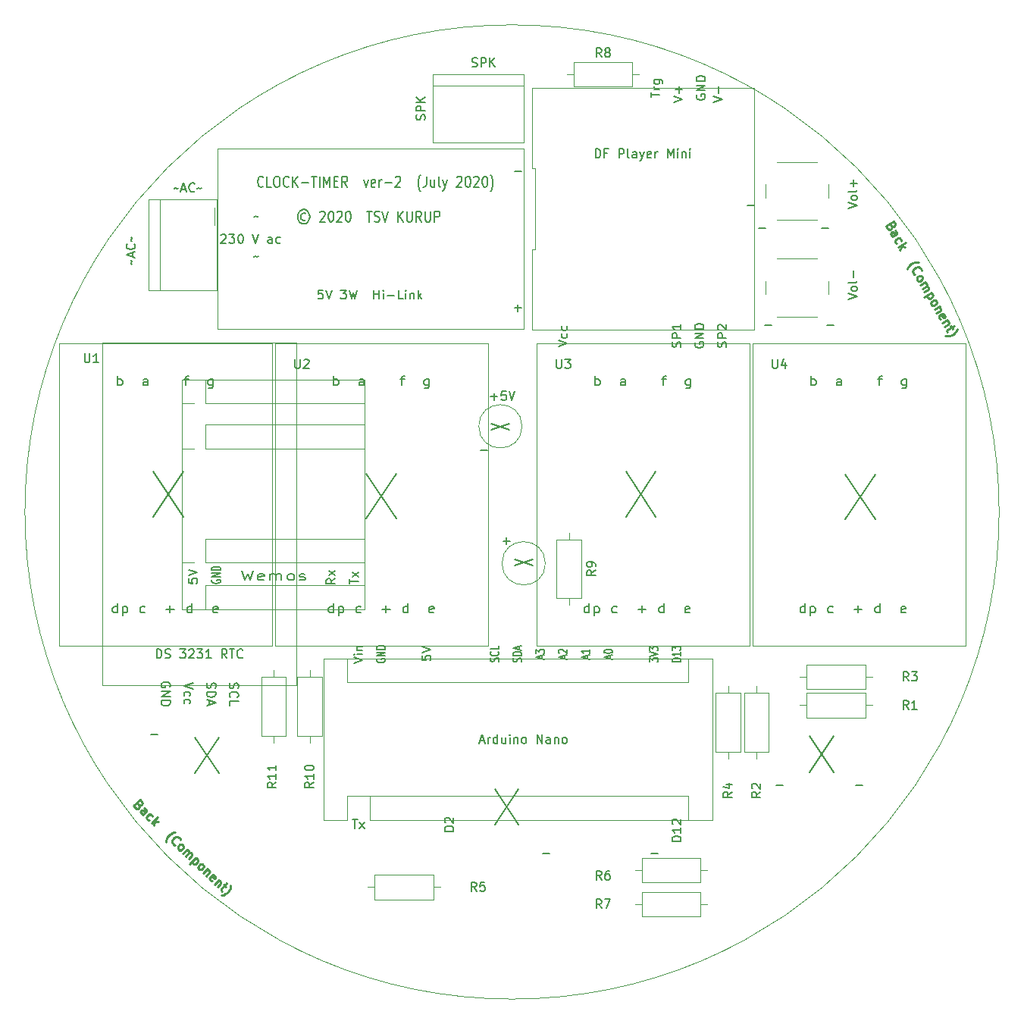
<source format=gto>
G04 #@! TF.GenerationSoftware,KiCad,Pcbnew,(5.1.4)-1*
G04 #@! TF.CreationDate,2020-07-01T14:45:24+05:30*
G04 #@! TF.ProjectId,ClockTimer2,436c6f63-6b54-4696-9d65-72322e6b6963,rev?*
G04 #@! TF.SameCoordinates,Original*
G04 #@! TF.FileFunction,Legend,Top*
G04 #@! TF.FilePolarity,Positive*
%FSLAX46Y46*%
G04 Gerber Fmt 4.6, Leading zero omitted, Abs format (unit mm)*
G04 Created by KiCad (PCBNEW (5.1.4)-1) date 2020-07-01 14:45:24*
%MOMM*%
%LPD*%
G04 APERTURE LIST*
%ADD10C,0.120000*%
%ADD11C,0.150000*%
%ADD12C,0.250000*%
G04 APERTURE END LIST*
D10*
X143418677Y-88281323D02*
G75*
G03X143418677Y-88281323I-2418677J0D01*
G01*
X140818677Y-72981323D02*
G75*
G03X140818677Y-72981323I-2418677J0D01*
G01*
D11*
X140004761Y-88533333D02*
X142004761Y-87866666D01*
X140004761Y-87866666D02*
X142004761Y-88533333D01*
X137404761Y-73333333D02*
X139404761Y-72666666D01*
X137404761Y-72666666D02*
X139404761Y-73333333D01*
D10*
X102810000Y-93405000D02*
X102810000Y-67800000D01*
X123200000Y-93405000D02*
X102810000Y-93405000D01*
X123200000Y-67800000D02*
X123200000Y-93405000D01*
X102800000Y-67800000D02*
X123200000Y-67800000D01*
D11*
X172966666Y-107609523D02*
X175633333Y-111609523D01*
X175633333Y-107609523D02*
X172966666Y-111609523D01*
X137766666Y-113509523D02*
X140433333Y-117509523D01*
X140433333Y-113509523D02*
X137766666Y-117509523D01*
X104266666Y-107709523D02*
X106933333Y-111709523D01*
X106933333Y-107709523D02*
X104266666Y-111709523D01*
X176933333Y-78361904D02*
X180266666Y-83361904D01*
X180266666Y-78361904D02*
X176933333Y-83361904D01*
X152433333Y-78061904D02*
X155766666Y-83061904D01*
X155766666Y-78061904D02*
X152433333Y-83061904D01*
X123433333Y-78261904D02*
X126766666Y-83261904D01*
X126766666Y-78261904D02*
X123433333Y-83261904D01*
X99633333Y-78061904D02*
X102966666Y-83061904D01*
X102966666Y-78061904D02*
X99633333Y-83061904D01*
X137314285Y-69671428D02*
X138076190Y-69671428D01*
X137695238Y-70052380D02*
X137695238Y-69290476D01*
X139028571Y-69052380D02*
X138552380Y-69052380D01*
X138504761Y-69528571D01*
X138552380Y-69480952D01*
X138647619Y-69433333D01*
X138885714Y-69433333D01*
X138980952Y-69480952D01*
X139028571Y-69528571D01*
X139076190Y-69623809D01*
X139076190Y-69861904D01*
X139028571Y-69957142D01*
X138980952Y-70004761D01*
X138885714Y-70052380D01*
X138647619Y-70052380D01*
X138552380Y-70004761D01*
X138504761Y-69957142D01*
X139361904Y-69052380D02*
X139695238Y-70052380D01*
X140028571Y-69052380D01*
X109528571Y-89152380D02*
X109885714Y-90152380D01*
X110171428Y-89438095D01*
X110457142Y-90152380D01*
X110814285Y-89152380D01*
X111957142Y-90104761D02*
X111814285Y-90152380D01*
X111528571Y-90152380D01*
X111385714Y-90104761D01*
X111314285Y-90009523D01*
X111314285Y-89628571D01*
X111385714Y-89533333D01*
X111528571Y-89485714D01*
X111814285Y-89485714D01*
X111957142Y-89533333D01*
X112028571Y-89628571D01*
X112028571Y-89723809D01*
X111314285Y-89819047D01*
X112671428Y-90152380D02*
X112671428Y-89485714D01*
X112671428Y-89580952D02*
X112742857Y-89533333D01*
X112885714Y-89485714D01*
X113100000Y-89485714D01*
X113242857Y-89533333D01*
X113314285Y-89628571D01*
X113314285Y-90152380D01*
X113314285Y-89628571D02*
X113385714Y-89533333D01*
X113528571Y-89485714D01*
X113742857Y-89485714D01*
X113885714Y-89533333D01*
X113957142Y-89628571D01*
X113957142Y-90152380D01*
X114885714Y-90152380D02*
X114742857Y-90104761D01*
X114671428Y-90057142D01*
X114600000Y-89961904D01*
X114600000Y-89676190D01*
X114671428Y-89580952D01*
X114742857Y-89533333D01*
X114885714Y-89485714D01*
X115100000Y-89485714D01*
X115242857Y-89533333D01*
X115314285Y-89580952D01*
X115385714Y-89676190D01*
X115385714Y-89961904D01*
X115314285Y-90057142D01*
X115242857Y-90104761D01*
X115100000Y-90152380D01*
X114885714Y-90152380D01*
X115957142Y-90104761D02*
X116100000Y-90152380D01*
X116385714Y-90152380D01*
X116528571Y-90104761D01*
X116600000Y-90009523D01*
X116600000Y-89961904D01*
X116528571Y-89866666D01*
X116385714Y-89819047D01*
X116171428Y-89819047D01*
X116028571Y-89771428D01*
X115957142Y-89676190D01*
X115957142Y-89628571D01*
X116028571Y-89533333D01*
X116171428Y-89485714D01*
X116385714Y-89485714D01*
X116528571Y-89533333D01*
X119952380Y-89995238D02*
X119476190Y-90328571D01*
X119952380Y-90566666D02*
X118952380Y-90566666D01*
X118952380Y-90185714D01*
X119000000Y-90090476D01*
X119047619Y-90042857D01*
X119142857Y-89995238D01*
X119285714Y-89995238D01*
X119380952Y-90042857D01*
X119428571Y-90090476D01*
X119476190Y-90185714D01*
X119476190Y-90566666D01*
X119952380Y-89661904D02*
X119285714Y-89138095D01*
X119285714Y-89661904D02*
X119952380Y-89138095D01*
X121552380Y-90590476D02*
X121552380Y-90019047D01*
X122552380Y-90304761D02*
X121552380Y-90304761D01*
X122552380Y-89780952D02*
X121885714Y-89257142D01*
X121885714Y-89780952D02*
X122552380Y-89257142D01*
X106200000Y-90133333D02*
X106152380Y-90200000D01*
X106152380Y-90300000D01*
X106200000Y-90400000D01*
X106295238Y-90466666D01*
X106390476Y-90500000D01*
X106580952Y-90533333D01*
X106723809Y-90533333D01*
X106914285Y-90500000D01*
X107009523Y-90466666D01*
X107104761Y-90400000D01*
X107152380Y-90300000D01*
X107152380Y-90233333D01*
X107104761Y-90133333D01*
X107057142Y-90100000D01*
X106723809Y-90100000D01*
X106723809Y-90233333D01*
X107152380Y-89800000D02*
X106152380Y-89800000D01*
X107152380Y-89400000D01*
X106152380Y-89400000D01*
X107152380Y-89066666D02*
X106152380Y-89066666D01*
X106152380Y-88900000D01*
X106200000Y-88800000D01*
X106295238Y-88733333D01*
X106390476Y-88700000D01*
X106580952Y-88666666D01*
X106723809Y-88666666D01*
X106914285Y-88700000D01*
X107009523Y-88733333D01*
X107104761Y-88800000D01*
X107152380Y-88900000D01*
X107152380Y-89066666D01*
X103552380Y-89990476D02*
X103552380Y-90466666D01*
X104028571Y-90514285D01*
X103980952Y-90466666D01*
X103933333Y-90371428D01*
X103933333Y-90133333D01*
X103980952Y-90038095D01*
X104028571Y-89990476D01*
X104123809Y-89942857D01*
X104361904Y-89942857D01*
X104457142Y-89990476D01*
X104504761Y-90038095D01*
X104552380Y-90133333D01*
X104552380Y-90371428D01*
X104504761Y-90466666D01*
X104457142Y-90514285D01*
X103552380Y-89657142D02*
X104552380Y-89323809D01*
X103552380Y-88990476D01*
X143129047Y-120721428D02*
X143890952Y-120721428D01*
X143041666Y-98925000D02*
X143041666Y-98591666D01*
X143327380Y-98991666D02*
X142327380Y-98758333D01*
X143327380Y-98525000D01*
X142327380Y-98358333D02*
X142327380Y-97925000D01*
X142708333Y-98158333D01*
X142708333Y-98058333D01*
X142755952Y-97991666D01*
X142803571Y-97958333D01*
X142898809Y-97925000D01*
X143136904Y-97925000D01*
X143232142Y-97958333D01*
X143279761Y-97991666D01*
X143327380Y-98058333D01*
X143327380Y-98258333D01*
X143279761Y-98325000D01*
X143232142Y-98358333D01*
X145581666Y-98925000D02*
X145581666Y-98591666D01*
X145867380Y-98991666D02*
X144867380Y-98758333D01*
X145867380Y-98525000D01*
X144962619Y-98325000D02*
X144915000Y-98291666D01*
X144867380Y-98225000D01*
X144867380Y-98058333D01*
X144915000Y-97991666D01*
X144962619Y-97958333D01*
X145057857Y-97925000D01*
X145153095Y-97925000D01*
X145295952Y-97958333D01*
X145867380Y-98358333D01*
X145867380Y-97925000D01*
X148121666Y-98925000D02*
X148121666Y-98591666D01*
X148407380Y-98991666D02*
X147407380Y-98758333D01*
X148407380Y-98525000D01*
X148407380Y-97925000D02*
X148407380Y-98325000D01*
X148407380Y-98125000D02*
X147407380Y-98125000D01*
X147550238Y-98191666D01*
X147645476Y-98258333D01*
X147693095Y-98325000D01*
X150661666Y-98925000D02*
X150661666Y-98591666D01*
X150947380Y-98991666D02*
X149947380Y-98758333D01*
X150947380Y-98525000D01*
X149947380Y-98158333D02*
X149947380Y-98091666D01*
X149995000Y-98025000D01*
X150042619Y-97991666D01*
X150137857Y-97958333D01*
X150328333Y-97925000D01*
X150566428Y-97925000D01*
X150756904Y-97958333D01*
X150852142Y-97991666D01*
X150899761Y-98025000D01*
X150947380Y-98091666D01*
X150947380Y-98158333D01*
X150899761Y-98225000D01*
X150852142Y-98258333D01*
X150756904Y-98291666D01*
X150566428Y-98325000D01*
X150328333Y-98325000D01*
X150137857Y-98291666D01*
X150042619Y-98258333D01*
X149995000Y-98225000D01*
X149947380Y-98158333D01*
X136144047Y-75636428D02*
X136905952Y-75636428D01*
X174244047Y-50871428D02*
X175005952Y-50871428D01*
X167259047Y-50871428D02*
X168020952Y-50871428D01*
X167894047Y-61666428D02*
X168655952Y-61666428D01*
X174879047Y-61666428D02*
X175640952Y-61666428D01*
X99314047Y-107386428D02*
X100075952Y-107386428D01*
X178054047Y-113101428D02*
X178815952Y-113101428D01*
X169164047Y-113101428D02*
X169925952Y-113101428D01*
X155194047Y-120721428D02*
X155955952Y-120721428D01*
D12*
X98038384Y-115249865D02*
X98108067Y-115383356D01*
X98109243Y-115450689D01*
X98077339Y-115552277D01*
X97978102Y-115655040D01*
X97877690Y-115690469D01*
X97810357Y-115691645D01*
X97708769Y-115659741D01*
X97434735Y-115395109D01*
X98129393Y-114675769D01*
X98369173Y-114907322D01*
X98404603Y-115007734D01*
X98405778Y-115075068D01*
X98373875Y-115176655D01*
X98307717Y-115245164D01*
X98207304Y-115280593D01*
X98139971Y-115281769D01*
X98038384Y-115249865D01*
X97798604Y-115018312D01*
X98462363Y-116387478D02*
X98826232Y-116010681D01*
X98858136Y-115909094D01*
X98822706Y-115808681D01*
X98685689Y-115676366D01*
X98584101Y-115644462D01*
X98495442Y-116353224D02*
X98393855Y-116321320D01*
X98222583Y-116155925D01*
X98187154Y-116055513D01*
X98219057Y-115953926D01*
X98285215Y-115885417D01*
X98385628Y-115849988D01*
X98487215Y-115881891D01*
X98658486Y-116047286D01*
X98760074Y-116079190D01*
X99146273Y-116981724D02*
X99044686Y-116949821D01*
X98907669Y-116817505D01*
X98872239Y-116717093D01*
X98871064Y-116649759D01*
X98902968Y-116548172D01*
X99101441Y-116342646D01*
X99201854Y-116307217D01*
X99269187Y-116306041D01*
X99370774Y-116337945D01*
X99507792Y-116470261D01*
X99543221Y-116570673D01*
X99421483Y-117313689D02*
X100116141Y-116594350D01*
X99754623Y-117105813D02*
X99695517Y-117578321D01*
X100158623Y-117098761D02*
X99619957Y-117108164D01*
X101040836Y-119407067D02*
X101039661Y-119339734D01*
X101070389Y-119170813D01*
X101102293Y-119069225D01*
X101167276Y-118933384D01*
X101298416Y-118729033D01*
X101430732Y-118592016D01*
X101630381Y-118453824D01*
X101763873Y-118384140D01*
X101864285Y-118348710D01*
X102032030Y-118312105D01*
X102099363Y-118310930D01*
X102056712Y-119726104D02*
X101989378Y-119727279D01*
X101853537Y-119662296D01*
X101785028Y-119596138D01*
X101715344Y-119462647D01*
X101712994Y-119327981D01*
X101744897Y-119226393D01*
X101842959Y-119056297D01*
X101942196Y-118953534D01*
X102108766Y-118849596D01*
X102209178Y-118814166D01*
X102343845Y-118811816D01*
X102479686Y-118876798D01*
X102548195Y-118942956D01*
X102617879Y-119076448D01*
X102619054Y-119143781D01*
X102401605Y-120191560D02*
X102366175Y-120091148D01*
X102365000Y-120023814D01*
X102396904Y-119922227D01*
X102595378Y-119716701D01*
X102695790Y-119681272D01*
X102763123Y-119680096D01*
X102864711Y-119712000D01*
X102967473Y-119811237D01*
X103002903Y-119911649D01*
X103004078Y-119978982D01*
X102972175Y-120080570D01*
X102773701Y-120286095D01*
X102673289Y-120321525D01*
X102605955Y-120322700D01*
X102504368Y-120290797D01*
X102401605Y-120191560D01*
X102949673Y-120720823D02*
X103412779Y-120241263D01*
X103346621Y-120309772D02*
X103413954Y-120308597D01*
X103515542Y-120340500D01*
X103618305Y-120439737D01*
X103653734Y-120540149D01*
X103621831Y-120641737D01*
X103257962Y-121018534D01*
X103621831Y-120641737D02*
X103722243Y-120606307D01*
X103823830Y-120638211D01*
X103926593Y-120737448D01*
X103962023Y-120837860D01*
X103930119Y-120939448D01*
X103566250Y-121316245D01*
X104371899Y-121167475D02*
X103677240Y-121886814D01*
X104338820Y-121201729D02*
X104440407Y-121233633D01*
X104577424Y-121365948D01*
X104612854Y-121466361D01*
X104614029Y-121533694D01*
X104582126Y-121635281D01*
X104383652Y-121840807D01*
X104283240Y-121876237D01*
X104215906Y-121877412D01*
X104114319Y-121845508D01*
X103977302Y-121713192D01*
X103941872Y-121612780D01*
X104662387Y-122374772D02*
X104626958Y-122274360D01*
X104625782Y-122207026D01*
X104657686Y-122105439D01*
X104856160Y-121899913D01*
X104956572Y-121864484D01*
X105023905Y-121863308D01*
X105125493Y-121895212D01*
X105228256Y-121994449D01*
X105263685Y-122094861D01*
X105264861Y-122162194D01*
X105232957Y-122263782D01*
X105034483Y-122469307D01*
X104934071Y-122504737D01*
X104866738Y-122505912D01*
X104765150Y-122474009D01*
X104662387Y-122374772D01*
X105673561Y-122424475D02*
X105210456Y-122904035D01*
X105607403Y-122492984D02*
X105674737Y-122491809D01*
X105776324Y-122523712D01*
X105879087Y-122622949D01*
X105914517Y-122723361D01*
X105882613Y-122824949D01*
X105518744Y-123201746D01*
X106168400Y-123762913D02*
X106066813Y-123731010D01*
X105929795Y-123598694D01*
X105894366Y-123498281D01*
X105926270Y-123396694D01*
X106190901Y-123122660D01*
X106291314Y-123087230D01*
X106392901Y-123119134D01*
X106529918Y-123251450D01*
X106565348Y-123351862D01*
X106533444Y-123453449D01*
X106467286Y-123521958D01*
X106058585Y-123259677D01*
X106940969Y-123648397D02*
X106477864Y-124127957D01*
X106874812Y-123716906D02*
X106942145Y-123715731D01*
X107043732Y-123747634D01*
X107146495Y-123846871D01*
X107181925Y-123947283D01*
X107150021Y-124048871D01*
X106786152Y-124425668D01*
X107489038Y-124177661D02*
X107763072Y-124442293D01*
X107823354Y-124037118D02*
X107227932Y-124653695D01*
X107196028Y-124755282D01*
X107231458Y-124855695D01*
X107299967Y-124921852D01*
X107206606Y-125361282D02*
X107273939Y-125360106D01*
X107441685Y-125323501D01*
X107542097Y-125288072D01*
X107675588Y-125218388D01*
X107875237Y-125080195D01*
X108007553Y-124943178D01*
X108138694Y-124738828D01*
X108203676Y-124602986D01*
X108235580Y-124501399D01*
X108266309Y-124332478D01*
X108265133Y-124265145D01*
X182089001Y-50602684D02*
X182119191Y-50750212D01*
X182101761Y-50815261D01*
X182043092Y-50904119D01*
X181919374Y-50975547D01*
X181813086Y-50981927D01*
X181748037Y-50964497D01*
X181659178Y-50905828D01*
X181468702Y-50575914D01*
X182334728Y-50075914D01*
X182501394Y-50364589D01*
X182507774Y-50470877D01*
X182490344Y-50535926D01*
X182431675Y-50624784D01*
X182349197Y-50672403D01*
X182242908Y-50678783D01*
X182177860Y-50661353D01*
X182089001Y-50602684D01*
X181922335Y-50314009D01*
X182182988Y-51813093D02*
X182636620Y-51551188D01*
X182695289Y-51462330D01*
X182688910Y-51356042D01*
X182593672Y-51191085D01*
X182504813Y-51132415D01*
X182224227Y-51789284D02*
X182135369Y-51730614D01*
X182016321Y-51524418D01*
X182009942Y-51418130D01*
X182068611Y-51329271D01*
X182151089Y-51281652D01*
X182257377Y-51275273D01*
X182346236Y-51333942D01*
X182465283Y-51540138D01*
X182554142Y-51598807D01*
X182676608Y-52572830D02*
X182587750Y-52514161D01*
X182492512Y-52349204D01*
X182486132Y-52242916D01*
X182503562Y-52177867D01*
X182562231Y-52089009D01*
X182809667Y-51946152D01*
X182915955Y-51939772D01*
X182981004Y-51957202D01*
X183069862Y-52015871D01*
X183165100Y-52180828D01*
X183171480Y-52287116D01*
X182849655Y-52967794D02*
X183715680Y-52467794D01*
X183227188Y-52859796D02*
X183040131Y-53297708D01*
X183617481Y-52964375D02*
X183097091Y-52824936D01*
X183829264Y-55426432D02*
X183846694Y-55361383D01*
X183922793Y-55207476D01*
X183981462Y-55118617D01*
X184081370Y-55005949D01*
X184263757Y-54845662D01*
X184428714Y-54750424D01*
X184658720Y-54672616D01*
X184806248Y-54642427D01*
X184912536Y-54636047D01*
X185083873Y-54647097D01*
X185148922Y-54664527D01*
X184717848Y-56013122D02*
X184652799Y-55995693D01*
X184540131Y-55895784D01*
X184492512Y-55813306D01*
X184462323Y-55665778D01*
X184497182Y-55535681D01*
X184555851Y-55446822D01*
X184696999Y-55310345D01*
X184820717Y-55238916D01*
X185009484Y-55184917D01*
X185115772Y-55178538D01*
X185245869Y-55213397D01*
X185358537Y-55313306D01*
X185406156Y-55395784D01*
X185436346Y-55543312D01*
X185418916Y-55608360D01*
X184921083Y-56555613D02*
X184914704Y-56449325D01*
X184932133Y-56384276D01*
X184990802Y-56295418D01*
X185238238Y-56152561D01*
X185344526Y-56146181D01*
X185409575Y-56163611D01*
X185498434Y-56222280D01*
X185569862Y-56345998D01*
X185576242Y-56452286D01*
X185558812Y-56517335D01*
X185500143Y-56606193D01*
X185252707Y-56749050D01*
X185146419Y-56755430D01*
X185081370Y-56738000D01*
X184992512Y-56679331D01*
X184921083Y-56555613D01*
X185302036Y-57215442D02*
X185879386Y-56882109D01*
X185796907Y-56929728D02*
X185861956Y-56947157D01*
X185950814Y-57005827D01*
X186022243Y-57129544D01*
X186028623Y-57235833D01*
X185969954Y-57324691D01*
X185516321Y-57586596D01*
X185969954Y-57324691D02*
X186076242Y-57318311D01*
X186165100Y-57376980D01*
X186236529Y-57500698D01*
X186242908Y-57606986D01*
X186184239Y-57695845D01*
X185730607Y-57957749D01*
X186546053Y-58036809D02*
X185680027Y-58536809D01*
X186504813Y-58060619D02*
X186593672Y-58119288D01*
X186688910Y-58284245D01*
X186695289Y-58390533D01*
X186677860Y-58455582D01*
X186619191Y-58544440D01*
X186371755Y-58687297D01*
X186265467Y-58693677D01*
X186200418Y-58676247D01*
X186111559Y-58617578D01*
X186016321Y-58452621D01*
X186009942Y-58346333D01*
X186492512Y-59277407D02*
X186486132Y-59171119D01*
X186503562Y-59106070D01*
X186562231Y-59017212D01*
X186809667Y-58874355D01*
X186915955Y-58867975D01*
X186981004Y-58885405D01*
X187069862Y-58944074D01*
X187141291Y-59067792D01*
X187147670Y-59174080D01*
X187130241Y-59239129D01*
X187071572Y-59327987D01*
X186824136Y-59470844D01*
X186717848Y-59477224D01*
X186652799Y-59459794D01*
X186563940Y-59401125D01*
X186492512Y-59277407D01*
X187450814Y-59603903D02*
X186873464Y-59937236D01*
X187368336Y-59651522D02*
X187433385Y-59668952D01*
X187522243Y-59727621D01*
X187593672Y-59851339D01*
X187600051Y-59957627D01*
X187541382Y-60046485D01*
X187087750Y-60308390D01*
X187557561Y-61026888D02*
X187468702Y-60968219D01*
X187373464Y-60803262D01*
X187367084Y-60696973D01*
X187425754Y-60608115D01*
X187755668Y-60417639D01*
X187861956Y-60411259D01*
X187950814Y-60469928D01*
X188046053Y-60634885D01*
X188052432Y-60741174D01*
X187993763Y-60830032D01*
X187911285Y-60877651D01*
X187590711Y-60512877D01*
X188331767Y-61129757D02*
X187754417Y-61463090D01*
X188249288Y-61177376D02*
X188314337Y-61194806D01*
X188403195Y-61253475D01*
X188474624Y-61377193D01*
X188481004Y-61483481D01*
X188422335Y-61572339D01*
X187968702Y-61834244D01*
X188712719Y-61789586D02*
X188903195Y-62119500D01*
X189072823Y-61746637D02*
X188330515Y-62175209D01*
X188271846Y-62264067D01*
X188278226Y-62370355D01*
X188325845Y-62452834D01*
X188114978Y-62849506D02*
X188180027Y-62866936D01*
X188351364Y-62877986D01*
X188457652Y-62871607D01*
X188605180Y-62841417D01*
X188835186Y-62763609D01*
X189000143Y-62668371D01*
X189182530Y-62508084D01*
X189282438Y-62395416D01*
X189341107Y-62306558D01*
X189417206Y-62152650D01*
X189434636Y-62087602D01*
D11*
X111912380Y-46148571D02*
X111864761Y-46205714D01*
X111721904Y-46262857D01*
X111626666Y-46262857D01*
X111483809Y-46205714D01*
X111388571Y-46091428D01*
X111340952Y-45977142D01*
X111293333Y-45748571D01*
X111293333Y-45577142D01*
X111340952Y-45348571D01*
X111388571Y-45234285D01*
X111483809Y-45120000D01*
X111626666Y-45062857D01*
X111721904Y-45062857D01*
X111864761Y-45120000D01*
X111912380Y-45177142D01*
X112817142Y-46262857D02*
X112340952Y-46262857D01*
X112340952Y-45062857D01*
X113340952Y-45062857D02*
X113531428Y-45062857D01*
X113626666Y-45120000D01*
X113721904Y-45234285D01*
X113769523Y-45462857D01*
X113769523Y-45862857D01*
X113721904Y-46091428D01*
X113626666Y-46205714D01*
X113531428Y-46262857D01*
X113340952Y-46262857D01*
X113245714Y-46205714D01*
X113150476Y-46091428D01*
X113102857Y-45862857D01*
X113102857Y-45462857D01*
X113150476Y-45234285D01*
X113245714Y-45120000D01*
X113340952Y-45062857D01*
X114769523Y-46148571D02*
X114721904Y-46205714D01*
X114579047Y-46262857D01*
X114483809Y-46262857D01*
X114340952Y-46205714D01*
X114245714Y-46091428D01*
X114198095Y-45977142D01*
X114150476Y-45748571D01*
X114150476Y-45577142D01*
X114198095Y-45348571D01*
X114245714Y-45234285D01*
X114340952Y-45120000D01*
X114483809Y-45062857D01*
X114579047Y-45062857D01*
X114721904Y-45120000D01*
X114769523Y-45177142D01*
X115198095Y-46262857D02*
X115198095Y-45062857D01*
X115769523Y-46262857D02*
X115340952Y-45577142D01*
X115769523Y-45062857D02*
X115198095Y-45748571D01*
X116198095Y-45805714D02*
X116959999Y-45805714D01*
X117293333Y-45062857D02*
X117864761Y-45062857D01*
X117579047Y-46262857D02*
X117579047Y-45062857D01*
X118198095Y-46262857D02*
X118198095Y-45062857D01*
X118674285Y-46262857D02*
X118674285Y-45062857D01*
X119007619Y-45920000D01*
X119340952Y-45062857D01*
X119340952Y-46262857D01*
X119817142Y-45634285D02*
X120150476Y-45634285D01*
X120293333Y-46262857D02*
X119817142Y-46262857D01*
X119817142Y-45062857D01*
X120293333Y-45062857D01*
X121293333Y-46262857D02*
X120959999Y-45691428D01*
X120721904Y-46262857D02*
X120721904Y-45062857D01*
X121102857Y-45062857D01*
X121198095Y-45120000D01*
X121245714Y-45177142D01*
X121293333Y-45291428D01*
X121293333Y-45462857D01*
X121245714Y-45577142D01*
X121198095Y-45634285D01*
X121102857Y-45691428D01*
X120721904Y-45691428D01*
X123150476Y-45462857D02*
X123388571Y-46262857D01*
X123626666Y-45462857D01*
X124388571Y-46205714D02*
X124293333Y-46262857D01*
X124102857Y-46262857D01*
X124007619Y-46205714D01*
X123959999Y-46091428D01*
X123959999Y-45634285D01*
X124007619Y-45520000D01*
X124102857Y-45462857D01*
X124293333Y-45462857D01*
X124388571Y-45520000D01*
X124436190Y-45634285D01*
X124436190Y-45748571D01*
X123959999Y-45862857D01*
X124864761Y-46262857D02*
X124864761Y-45462857D01*
X124864761Y-45691428D02*
X124912380Y-45577142D01*
X124959999Y-45520000D01*
X125055238Y-45462857D01*
X125150476Y-45462857D01*
X125483809Y-45805714D02*
X126245714Y-45805714D01*
X126674285Y-45177142D02*
X126721904Y-45120000D01*
X126817142Y-45062857D01*
X127055238Y-45062857D01*
X127150476Y-45120000D01*
X127198095Y-45177142D01*
X127245714Y-45291428D01*
X127245714Y-45405714D01*
X127198095Y-45577142D01*
X126626666Y-46262857D01*
X127245714Y-46262857D01*
X129483809Y-46720000D02*
X129436190Y-46662857D01*
X129340952Y-46491428D01*
X129293333Y-46377142D01*
X129245714Y-46205714D01*
X129198095Y-45920000D01*
X129198095Y-45691428D01*
X129245714Y-45405714D01*
X129293333Y-45234285D01*
X129340952Y-45120000D01*
X129436190Y-44948571D01*
X129483809Y-44891428D01*
X130150476Y-45062857D02*
X130150476Y-45920000D01*
X130102857Y-46091428D01*
X130007619Y-46205714D01*
X129864761Y-46262857D01*
X129769523Y-46262857D01*
X131055238Y-45462857D02*
X131055238Y-46262857D01*
X130626666Y-45462857D02*
X130626666Y-46091428D01*
X130674285Y-46205714D01*
X130769523Y-46262857D01*
X130912380Y-46262857D01*
X131007619Y-46205714D01*
X131055238Y-46148571D01*
X131674285Y-46262857D02*
X131579047Y-46205714D01*
X131531428Y-46091428D01*
X131531428Y-45062857D01*
X131959999Y-45462857D02*
X132198095Y-46262857D01*
X132436190Y-45462857D02*
X132198095Y-46262857D01*
X132102857Y-46548571D01*
X132055238Y-46605714D01*
X131959999Y-46662857D01*
X133531428Y-45177142D02*
X133579047Y-45120000D01*
X133674285Y-45062857D01*
X133912380Y-45062857D01*
X134007619Y-45120000D01*
X134055238Y-45177142D01*
X134102857Y-45291428D01*
X134102857Y-45405714D01*
X134055238Y-45577142D01*
X133483809Y-46262857D01*
X134102857Y-46262857D01*
X134721904Y-45062857D02*
X134817142Y-45062857D01*
X134912380Y-45120000D01*
X134960000Y-45177142D01*
X135007619Y-45291428D01*
X135055238Y-45520000D01*
X135055238Y-45805714D01*
X135007619Y-46034285D01*
X134960000Y-46148571D01*
X134912380Y-46205714D01*
X134817142Y-46262857D01*
X134721904Y-46262857D01*
X134626666Y-46205714D01*
X134579047Y-46148571D01*
X134531428Y-46034285D01*
X134483809Y-45805714D01*
X134483809Y-45520000D01*
X134531428Y-45291428D01*
X134579047Y-45177142D01*
X134626666Y-45120000D01*
X134721904Y-45062857D01*
X135436190Y-45177142D02*
X135483809Y-45120000D01*
X135579047Y-45062857D01*
X135817142Y-45062857D01*
X135912380Y-45120000D01*
X135959999Y-45177142D01*
X136007619Y-45291428D01*
X136007619Y-45405714D01*
X135959999Y-45577142D01*
X135388571Y-46262857D01*
X136007619Y-46262857D01*
X136626666Y-45062857D02*
X136721904Y-45062857D01*
X136817142Y-45120000D01*
X136864761Y-45177142D01*
X136912380Y-45291428D01*
X136959999Y-45520000D01*
X136959999Y-45805714D01*
X136912380Y-46034285D01*
X136864761Y-46148571D01*
X136817142Y-46205714D01*
X136721904Y-46262857D01*
X136626666Y-46262857D01*
X136531428Y-46205714D01*
X136483809Y-46148571D01*
X136436190Y-46034285D01*
X136388571Y-45805714D01*
X136388571Y-45520000D01*
X136436190Y-45291428D01*
X136483809Y-45177142D01*
X136531428Y-45120000D01*
X136626666Y-45062857D01*
X137293333Y-46720000D02*
X137340952Y-46662857D01*
X137436190Y-46491428D01*
X137483809Y-46377142D01*
X137531428Y-46205714D01*
X137579047Y-45920000D01*
X137579047Y-45691428D01*
X137531428Y-45405714D01*
X137483809Y-45234285D01*
X137436190Y-45120000D01*
X137340952Y-44948571D01*
X137293333Y-44891428D01*
X116628571Y-49228571D02*
X116533333Y-49171428D01*
X116342857Y-49171428D01*
X116247619Y-49228571D01*
X116152380Y-49342857D01*
X116104761Y-49457142D01*
X116104761Y-49685714D01*
X116152380Y-49800000D01*
X116247619Y-49914285D01*
X116342857Y-49971428D01*
X116533333Y-49971428D01*
X116628571Y-49914285D01*
X116438095Y-48771428D02*
X116199999Y-48828571D01*
X115961904Y-49000000D01*
X115819047Y-49285714D01*
X115771428Y-49571428D01*
X115819047Y-49857142D01*
X115961904Y-50142857D01*
X116199999Y-50314285D01*
X116438095Y-50371428D01*
X116676190Y-50314285D01*
X116914285Y-50142857D01*
X117057142Y-49857142D01*
X117104761Y-49571428D01*
X117057142Y-49285714D01*
X116914285Y-49000000D01*
X116676190Y-48828571D01*
X116438095Y-48771428D01*
X118247619Y-49057142D02*
X118295238Y-49000000D01*
X118390476Y-48942857D01*
X118628571Y-48942857D01*
X118723809Y-49000000D01*
X118771428Y-49057142D01*
X118819047Y-49171428D01*
X118819047Y-49285714D01*
X118771428Y-49457142D01*
X118199999Y-50142857D01*
X118819047Y-50142857D01*
X119438095Y-48942857D02*
X119533333Y-48942857D01*
X119628571Y-49000000D01*
X119676190Y-49057142D01*
X119723809Y-49171428D01*
X119771428Y-49400000D01*
X119771428Y-49685714D01*
X119723809Y-49914285D01*
X119676190Y-50028571D01*
X119628571Y-50085714D01*
X119533333Y-50142857D01*
X119438095Y-50142857D01*
X119342857Y-50085714D01*
X119295238Y-50028571D01*
X119247619Y-49914285D01*
X119199999Y-49685714D01*
X119199999Y-49400000D01*
X119247619Y-49171428D01*
X119295238Y-49057142D01*
X119342857Y-49000000D01*
X119438095Y-48942857D01*
X120152380Y-49057142D02*
X120199999Y-49000000D01*
X120295238Y-48942857D01*
X120533333Y-48942857D01*
X120628571Y-49000000D01*
X120676190Y-49057142D01*
X120723809Y-49171428D01*
X120723809Y-49285714D01*
X120676190Y-49457142D01*
X120104761Y-50142857D01*
X120723809Y-50142857D01*
X121342857Y-48942857D02*
X121438095Y-48942857D01*
X121533333Y-49000000D01*
X121580952Y-49057142D01*
X121628571Y-49171428D01*
X121676190Y-49400000D01*
X121676190Y-49685714D01*
X121628571Y-49914285D01*
X121580952Y-50028571D01*
X121533333Y-50085714D01*
X121438095Y-50142857D01*
X121342857Y-50142857D01*
X121247619Y-50085714D01*
X121199999Y-50028571D01*
X121152380Y-49914285D01*
X121104761Y-49685714D01*
X121104761Y-49400000D01*
X121152380Y-49171428D01*
X121199999Y-49057142D01*
X121247619Y-49000000D01*
X121342857Y-48942857D01*
X123485714Y-48942857D02*
X124057142Y-48942857D01*
X123771428Y-50142857D02*
X123771428Y-48942857D01*
X124342857Y-50085714D02*
X124485714Y-50142857D01*
X124723809Y-50142857D01*
X124819047Y-50085714D01*
X124866666Y-50028571D01*
X124914285Y-49914285D01*
X124914285Y-49800000D01*
X124866666Y-49685714D01*
X124819047Y-49628571D01*
X124723809Y-49571428D01*
X124533333Y-49514285D01*
X124438095Y-49457142D01*
X124390476Y-49400000D01*
X124342857Y-49285714D01*
X124342857Y-49171428D01*
X124390476Y-49057142D01*
X124438095Y-49000000D01*
X124533333Y-48942857D01*
X124771428Y-48942857D01*
X124914285Y-49000000D01*
X125199999Y-48942857D02*
X125533333Y-50142857D01*
X125866666Y-48942857D01*
X126961904Y-50142857D02*
X126961904Y-48942857D01*
X127533333Y-50142857D02*
X127104761Y-49457142D01*
X127533333Y-48942857D02*
X126961904Y-49628571D01*
X127961904Y-48942857D02*
X127961904Y-49914285D01*
X128009523Y-50028571D01*
X128057142Y-50085714D01*
X128152380Y-50142857D01*
X128342857Y-50142857D01*
X128438095Y-50085714D01*
X128485714Y-50028571D01*
X128533333Y-49914285D01*
X128533333Y-48942857D01*
X129580952Y-50142857D02*
X129247619Y-49571428D01*
X129009523Y-50142857D02*
X129009523Y-48942857D01*
X129390476Y-48942857D01*
X129485714Y-49000000D01*
X129533333Y-49057142D01*
X129580952Y-49171428D01*
X129580952Y-49342857D01*
X129533333Y-49457142D01*
X129485714Y-49514285D01*
X129390476Y-49571428D01*
X129009523Y-49571428D01*
X130009523Y-48942857D02*
X130009523Y-49914285D01*
X130057142Y-50028571D01*
X130104761Y-50085714D01*
X130199999Y-50142857D01*
X130390476Y-50142857D01*
X130485714Y-50085714D01*
X130533333Y-50028571D01*
X130580952Y-49914285D01*
X130580952Y-48942857D01*
X131057142Y-50142857D02*
X131057142Y-48942857D01*
X131438095Y-48942857D01*
X131533333Y-49000000D01*
X131580952Y-49057142D01*
X131628571Y-49171428D01*
X131628571Y-49342857D01*
X131580952Y-49457142D01*
X131533333Y-49514285D01*
X131438095Y-49571428D01*
X131057142Y-49571428D01*
X165989047Y-48331428D02*
X166750952Y-48331428D01*
X138684047Y-85796428D02*
X139445952Y-85796428D01*
X139065000Y-86177380D02*
X139065000Y-85415476D01*
D10*
X194111796Y-82550000D02*
G75*
G03X194111796Y-82550000I-54411796J0D01*
G01*
D11*
X101465000Y-102108095D02*
X101512619Y-102012857D01*
X101512619Y-101870000D01*
X101465000Y-101727142D01*
X101369761Y-101631904D01*
X101274523Y-101584285D01*
X101084047Y-101536666D01*
X100941190Y-101536666D01*
X100750714Y-101584285D01*
X100655476Y-101631904D01*
X100560238Y-101727142D01*
X100512619Y-101870000D01*
X100512619Y-101965238D01*
X100560238Y-102108095D01*
X100607857Y-102155714D01*
X100941190Y-102155714D01*
X100941190Y-101965238D01*
X100512619Y-102584285D02*
X101512619Y-102584285D01*
X100512619Y-103155714D01*
X101512619Y-103155714D01*
X100512619Y-103631904D02*
X101512619Y-103631904D01*
X101512619Y-103870000D01*
X101465000Y-104012857D01*
X101369761Y-104108095D01*
X101274523Y-104155714D01*
X101084047Y-104203333D01*
X100941190Y-104203333D01*
X100750714Y-104155714D01*
X100655476Y-104108095D01*
X100560238Y-104012857D01*
X100512619Y-103870000D01*
X100512619Y-103631904D01*
X104052619Y-101679523D02*
X103052619Y-102012857D01*
X104052619Y-102346190D01*
X103100238Y-103108095D02*
X103052619Y-103012857D01*
X103052619Y-102822380D01*
X103100238Y-102727142D01*
X103147857Y-102679523D01*
X103243095Y-102631904D01*
X103528809Y-102631904D01*
X103624047Y-102679523D01*
X103671666Y-102727142D01*
X103719285Y-102822380D01*
X103719285Y-103012857D01*
X103671666Y-103108095D01*
X103100238Y-103965238D02*
X103052619Y-103870000D01*
X103052619Y-103679523D01*
X103100238Y-103584285D01*
X103147857Y-103536666D01*
X103243095Y-103489047D01*
X103528809Y-103489047D01*
X103624047Y-103536666D01*
X103671666Y-103584285D01*
X103719285Y-103679523D01*
X103719285Y-103870000D01*
X103671666Y-103965238D01*
X105640238Y-101655714D02*
X105592619Y-101798571D01*
X105592619Y-102036666D01*
X105640238Y-102131904D01*
X105687857Y-102179523D01*
X105783095Y-102227142D01*
X105878333Y-102227142D01*
X105973571Y-102179523D01*
X106021190Y-102131904D01*
X106068809Y-102036666D01*
X106116428Y-101846190D01*
X106164047Y-101750952D01*
X106211666Y-101703333D01*
X106306904Y-101655714D01*
X106402142Y-101655714D01*
X106497380Y-101703333D01*
X106545000Y-101750952D01*
X106592619Y-101846190D01*
X106592619Y-102084285D01*
X106545000Y-102227142D01*
X105592619Y-102655714D02*
X106592619Y-102655714D01*
X106592619Y-102893809D01*
X106545000Y-103036666D01*
X106449761Y-103131904D01*
X106354523Y-103179523D01*
X106164047Y-103227142D01*
X106021190Y-103227142D01*
X105830714Y-103179523D01*
X105735476Y-103131904D01*
X105640238Y-103036666D01*
X105592619Y-102893809D01*
X105592619Y-102655714D01*
X105878333Y-103608095D02*
X105878333Y-104084285D01*
X105592619Y-103512857D02*
X106592619Y-103846190D01*
X105592619Y-104179523D01*
X108180238Y-101679523D02*
X108132619Y-101822380D01*
X108132619Y-102060476D01*
X108180238Y-102155714D01*
X108227857Y-102203333D01*
X108323095Y-102250952D01*
X108418333Y-102250952D01*
X108513571Y-102203333D01*
X108561190Y-102155714D01*
X108608809Y-102060476D01*
X108656428Y-101870000D01*
X108704047Y-101774761D01*
X108751666Y-101727142D01*
X108846904Y-101679523D01*
X108942142Y-101679523D01*
X109037380Y-101727142D01*
X109085000Y-101774761D01*
X109132619Y-101870000D01*
X109132619Y-102108095D01*
X109085000Y-102250952D01*
X108227857Y-103250952D02*
X108180238Y-103203333D01*
X108132619Y-103060476D01*
X108132619Y-102965238D01*
X108180238Y-102822380D01*
X108275476Y-102727142D01*
X108370714Y-102679523D01*
X108561190Y-102631904D01*
X108704047Y-102631904D01*
X108894523Y-102679523D01*
X108989761Y-102727142D01*
X109085000Y-102822380D01*
X109132619Y-102965238D01*
X109132619Y-103060476D01*
X109085000Y-103203333D01*
X109037380Y-103250952D01*
X108132619Y-104155714D02*
X108132619Y-103679523D01*
X109132619Y-103679523D01*
X172457142Y-93797380D02*
X172457142Y-92797380D01*
X172457142Y-93749761D02*
X172342857Y-93797380D01*
X172114285Y-93797380D01*
X172000000Y-93749761D01*
X171942857Y-93702142D01*
X171885714Y-93606904D01*
X171885714Y-93321190D01*
X171942857Y-93225952D01*
X172000000Y-93178333D01*
X172114285Y-93130714D01*
X172342857Y-93130714D01*
X172457142Y-93178333D01*
X173028571Y-93130714D02*
X173028571Y-94130714D01*
X173028571Y-93178333D02*
X173142857Y-93130714D01*
X173371428Y-93130714D01*
X173485714Y-93178333D01*
X173542857Y-93225952D01*
X173600000Y-93321190D01*
X173600000Y-93606904D01*
X173542857Y-93702142D01*
X173485714Y-93749761D01*
X173371428Y-93797380D01*
X173142857Y-93797380D01*
X173028571Y-93749761D01*
X175542857Y-93749761D02*
X175428571Y-93797380D01*
X175200000Y-93797380D01*
X175085714Y-93749761D01*
X175028571Y-93702142D01*
X174971428Y-93606904D01*
X174971428Y-93321190D01*
X175028571Y-93225952D01*
X175085714Y-93178333D01*
X175200000Y-93130714D01*
X175428571Y-93130714D01*
X175542857Y-93178333D01*
X177885714Y-93416428D02*
X178800000Y-93416428D01*
X178342857Y-93797380D02*
X178342857Y-93035476D01*
X180800000Y-93797380D02*
X180800000Y-92797380D01*
X180800000Y-93749761D02*
X180685714Y-93797380D01*
X180457142Y-93797380D01*
X180342857Y-93749761D01*
X180285714Y-93702142D01*
X180228571Y-93606904D01*
X180228571Y-93321190D01*
X180285714Y-93225952D01*
X180342857Y-93178333D01*
X180457142Y-93130714D01*
X180685714Y-93130714D01*
X180800000Y-93178333D01*
X183657142Y-93749761D02*
X183542857Y-93797380D01*
X183314285Y-93797380D01*
X183200000Y-93749761D01*
X183142857Y-93654523D01*
X183142857Y-93273571D01*
X183200000Y-93178333D01*
X183314285Y-93130714D01*
X183542857Y-93130714D01*
X183657142Y-93178333D01*
X183714285Y-93273571D01*
X183714285Y-93368809D01*
X183142857Y-93464047D01*
X148327142Y-93797380D02*
X148327142Y-92797380D01*
X148327142Y-93749761D02*
X148212857Y-93797380D01*
X147984285Y-93797380D01*
X147870000Y-93749761D01*
X147812857Y-93702142D01*
X147755714Y-93606904D01*
X147755714Y-93321190D01*
X147812857Y-93225952D01*
X147870000Y-93178333D01*
X147984285Y-93130714D01*
X148212857Y-93130714D01*
X148327142Y-93178333D01*
X148898571Y-93130714D02*
X148898571Y-94130714D01*
X148898571Y-93178333D02*
X149012857Y-93130714D01*
X149241428Y-93130714D01*
X149355714Y-93178333D01*
X149412857Y-93225952D01*
X149470000Y-93321190D01*
X149470000Y-93606904D01*
X149412857Y-93702142D01*
X149355714Y-93749761D01*
X149241428Y-93797380D01*
X149012857Y-93797380D01*
X148898571Y-93749761D01*
X151412857Y-93749761D02*
X151298571Y-93797380D01*
X151070000Y-93797380D01*
X150955714Y-93749761D01*
X150898571Y-93702142D01*
X150841428Y-93606904D01*
X150841428Y-93321190D01*
X150898571Y-93225952D01*
X150955714Y-93178333D01*
X151070000Y-93130714D01*
X151298571Y-93130714D01*
X151412857Y-93178333D01*
X153755714Y-93416428D02*
X154670000Y-93416428D01*
X154212857Y-93797380D02*
X154212857Y-93035476D01*
X156670000Y-93797380D02*
X156670000Y-92797380D01*
X156670000Y-93749761D02*
X156555714Y-93797380D01*
X156327142Y-93797380D01*
X156212857Y-93749761D01*
X156155714Y-93702142D01*
X156098571Y-93606904D01*
X156098571Y-93321190D01*
X156155714Y-93225952D01*
X156212857Y-93178333D01*
X156327142Y-93130714D01*
X156555714Y-93130714D01*
X156670000Y-93178333D01*
X159527142Y-93749761D02*
X159412857Y-93797380D01*
X159184285Y-93797380D01*
X159070000Y-93749761D01*
X159012857Y-93654523D01*
X159012857Y-93273571D01*
X159070000Y-93178333D01*
X159184285Y-93130714D01*
X159412857Y-93130714D01*
X159527142Y-93178333D01*
X159584285Y-93273571D01*
X159584285Y-93368809D01*
X159012857Y-93464047D01*
X148327142Y-93797380D02*
X148327142Y-92797380D01*
X148327142Y-93749761D02*
X148212857Y-93797380D01*
X147984285Y-93797380D01*
X147870000Y-93749761D01*
X147812857Y-93702142D01*
X147755714Y-93606904D01*
X147755714Y-93321190D01*
X147812857Y-93225952D01*
X147870000Y-93178333D01*
X147984285Y-93130714D01*
X148212857Y-93130714D01*
X148327142Y-93178333D01*
X148898571Y-93130714D02*
X148898571Y-94130714D01*
X148898571Y-93178333D02*
X149012857Y-93130714D01*
X149241428Y-93130714D01*
X149355714Y-93178333D01*
X149412857Y-93225952D01*
X149470000Y-93321190D01*
X149470000Y-93606904D01*
X149412857Y-93702142D01*
X149355714Y-93749761D01*
X149241428Y-93797380D01*
X149012857Y-93797380D01*
X148898571Y-93749761D01*
X151412857Y-93749761D02*
X151298571Y-93797380D01*
X151070000Y-93797380D01*
X150955714Y-93749761D01*
X150898571Y-93702142D01*
X150841428Y-93606904D01*
X150841428Y-93321190D01*
X150898571Y-93225952D01*
X150955714Y-93178333D01*
X151070000Y-93130714D01*
X151298571Y-93130714D01*
X151412857Y-93178333D01*
X153755714Y-93416428D02*
X154670000Y-93416428D01*
X154212857Y-93797380D02*
X154212857Y-93035476D01*
X156670000Y-93797380D02*
X156670000Y-92797380D01*
X156670000Y-93749761D02*
X156555714Y-93797380D01*
X156327142Y-93797380D01*
X156212857Y-93749761D01*
X156155714Y-93702142D01*
X156098571Y-93606904D01*
X156098571Y-93321190D01*
X156155714Y-93225952D01*
X156212857Y-93178333D01*
X156327142Y-93130714D01*
X156555714Y-93130714D01*
X156670000Y-93178333D01*
X159527142Y-93749761D02*
X159412857Y-93797380D01*
X159184285Y-93797380D01*
X159070000Y-93749761D01*
X159012857Y-93654523D01*
X159012857Y-93273571D01*
X159070000Y-93178333D01*
X159184285Y-93130714D01*
X159412857Y-93130714D01*
X159527142Y-93178333D01*
X159584285Y-93273571D01*
X159584285Y-93368809D01*
X159012857Y-93464047D01*
X119752142Y-93797380D02*
X119752142Y-92797380D01*
X119752142Y-93749761D02*
X119637857Y-93797380D01*
X119409285Y-93797380D01*
X119295000Y-93749761D01*
X119237857Y-93702142D01*
X119180714Y-93606904D01*
X119180714Y-93321190D01*
X119237857Y-93225952D01*
X119295000Y-93178333D01*
X119409285Y-93130714D01*
X119637857Y-93130714D01*
X119752142Y-93178333D01*
X120323571Y-93130714D02*
X120323571Y-94130714D01*
X120323571Y-93178333D02*
X120437857Y-93130714D01*
X120666428Y-93130714D01*
X120780714Y-93178333D01*
X120837857Y-93225952D01*
X120895000Y-93321190D01*
X120895000Y-93606904D01*
X120837857Y-93702142D01*
X120780714Y-93749761D01*
X120666428Y-93797380D01*
X120437857Y-93797380D01*
X120323571Y-93749761D01*
X122837857Y-93749761D02*
X122723571Y-93797380D01*
X122495000Y-93797380D01*
X122380714Y-93749761D01*
X122323571Y-93702142D01*
X122266428Y-93606904D01*
X122266428Y-93321190D01*
X122323571Y-93225952D01*
X122380714Y-93178333D01*
X122495000Y-93130714D01*
X122723571Y-93130714D01*
X122837857Y-93178333D01*
X125180714Y-93416428D02*
X126095000Y-93416428D01*
X125637857Y-93797380D02*
X125637857Y-93035476D01*
X128095000Y-93797380D02*
X128095000Y-92797380D01*
X128095000Y-93749761D02*
X127980714Y-93797380D01*
X127752142Y-93797380D01*
X127637857Y-93749761D01*
X127580714Y-93702142D01*
X127523571Y-93606904D01*
X127523571Y-93321190D01*
X127580714Y-93225952D01*
X127637857Y-93178333D01*
X127752142Y-93130714D01*
X127980714Y-93130714D01*
X128095000Y-93178333D01*
X130952142Y-93749761D02*
X130837857Y-93797380D01*
X130609285Y-93797380D01*
X130495000Y-93749761D01*
X130437857Y-93654523D01*
X130437857Y-93273571D01*
X130495000Y-93178333D01*
X130609285Y-93130714D01*
X130837857Y-93130714D01*
X130952142Y-93178333D01*
X131009285Y-93273571D01*
X131009285Y-93368809D01*
X130437857Y-93464047D01*
X173092142Y-68397380D02*
X173092142Y-67397380D01*
X173092142Y-67778333D02*
X173206428Y-67730714D01*
X173435000Y-67730714D01*
X173549285Y-67778333D01*
X173606428Y-67825952D01*
X173663571Y-67921190D01*
X173663571Y-68206904D01*
X173606428Y-68302142D01*
X173549285Y-68349761D01*
X173435000Y-68397380D01*
X173206428Y-68397380D01*
X173092142Y-68349761D01*
X176520714Y-68397380D02*
X176520714Y-67873571D01*
X176463571Y-67778333D01*
X176349285Y-67730714D01*
X176120714Y-67730714D01*
X176006428Y-67778333D01*
X176520714Y-68349761D02*
X176406428Y-68397380D01*
X176120714Y-68397380D01*
X176006428Y-68349761D01*
X175949285Y-68254523D01*
X175949285Y-68159285D01*
X176006428Y-68064047D01*
X176120714Y-68016428D01*
X176406428Y-68016428D01*
X176520714Y-67968809D01*
X180577857Y-67730714D02*
X181035000Y-67730714D01*
X180749285Y-68397380D02*
X180749285Y-67540238D01*
X180806428Y-67445000D01*
X180920714Y-67397380D01*
X181035000Y-67397380D01*
X183777857Y-67730714D02*
X183777857Y-68540238D01*
X183720714Y-68635476D01*
X183663571Y-68683095D01*
X183549285Y-68730714D01*
X183377857Y-68730714D01*
X183263571Y-68683095D01*
X183777857Y-68349761D02*
X183663571Y-68397380D01*
X183435000Y-68397380D01*
X183320714Y-68349761D01*
X183263571Y-68302142D01*
X183206428Y-68206904D01*
X183206428Y-67921190D01*
X183263571Y-67825952D01*
X183320714Y-67778333D01*
X183435000Y-67730714D01*
X183663571Y-67730714D01*
X183777857Y-67778333D01*
X148962142Y-68397380D02*
X148962142Y-67397380D01*
X148962142Y-67778333D02*
X149076428Y-67730714D01*
X149305000Y-67730714D01*
X149419285Y-67778333D01*
X149476428Y-67825952D01*
X149533571Y-67921190D01*
X149533571Y-68206904D01*
X149476428Y-68302142D01*
X149419285Y-68349761D01*
X149305000Y-68397380D01*
X149076428Y-68397380D01*
X148962142Y-68349761D01*
X152390714Y-68397380D02*
X152390714Y-67873571D01*
X152333571Y-67778333D01*
X152219285Y-67730714D01*
X151990714Y-67730714D01*
X151876428Y-67778333D01*
X152390714Y-68349761D02*
X152276428Y-68397380D01*
X151990714Y-68397380D01*
X151876428Y-68349761D01*
X151819285Y-68254523D01*
X151819285Y-68159285D01*
X151876428Y-68064047D01*
X151990714Y-68016428D01*
X152276428Y-68016428D01*
X152390714Y-67968809D01*
X156447857Y-67730714D02*
X156905000Y-67730714D01*
X156619285Y-68397380D02*
X156619285Y-67540238D01*
X156676428Y-67445000D01*
X156790714Y-67397380D01*
X156905000Y-67397380D01*
X159647857Y-67730714D02*
X159647857Y-68540238D01*
X159590714Y-68635476D01*
X159533571Y-68683095D01*
X159419285Y-68730714D01*
X159247857Y-68730714D01*
X159133571Y-68683095D01*
X159647857Y-68349761D02*
X159533571Y-68397380D01*
X159305000Y-68397380D01*
X159190714Y-68349761D01*
X159133571Y-68302142D01*
X159076428Y-68206904D01*
X159076428Y-67921190D01*
X159133571Y-67825952D01*
X159190714Y-67778333D01*
X159305000Y-67730714D01*
X159533571Y-67730714D01*
X159647857Y-67778333D01*
X119752142Y-68397380D02*
X119752142Y-67397380D01*
X119752142Y-67778333D02*
X119866428Y-67730714D01*
X120095000Y-67730714D01*
X120209285Y-67778333D01*
X120266428Y-67825952D01*
X120323571Y-67921190D01*
X120323571Y-68206904D01*
X120266428Y-68302142D01*
X120209285Y-68349761D01*
X120095000Y-68397380D01*
X119866428Y-68397380D01*
X119752142Y-68349761D01*
X123180714Y-68397380D02*
X123180714Y-67873571D01*
X123123571Y-67778333D01*
X123009285Y-67730714D01*
X122780714Y-67730714D01*
X122666428Y-67778333D01*
X123180714Y-68349761D02*
X123066428Y-68397380D01*
X122780714Y-68397380D01*
X122666428Y-68349761D01*
X122609285Y-68254523D01*
X122609285Y-68159285D01*
X122666428Y-68064047D01*
X122780714Y-68016428D01*
X123066428Y-68016428D01*
X123180714Y-67968809D01*
X127237857Y-67730714D02*
X127695000Y-67730714D01*
X127409285Y-68397380D02*
X127409285Y-67540238D01*
X127466428Y-67445000D01*
X127580714Y-67397380D01*
X127695000Y-67397380D01*
X130437857Y-67730714D02*
X130437857Y-68540238D01*
X130380714Y-68635476D01*
X130323571Y-68683095D01*
X130209285Y-68730714D01*
X130037857Y-68730714D01*
X129923571Y-68683095D01*
X130437857Y-68349761D02*
X130323571Y-68397380D01*
X130095000Y-68397380D01*
X129980714Y-68349761D01*
X129923571Y-68302142D01*
X129866428Y-68206904D01*
X129866428Y-67921190D01*
X129923571Y-67825952D01*
X129980714Y-67778333D01*
X130095000Y-67730714D01*
X130323571Y-67730714D01*
X130437857Y-67778333D01*
X95622142Y-93797380D02*
X95622142Y-92797380D01*
X95622142Y-93749761D02*
X95507857Y-93797380D01*
X95279285Y-93797380D01*
X95165000Y-93749761D01*
X95107857Y-93702142D01*
X95050714Y-93606904D01*
X95050714Y-93321190D01*
X95107857Y-93225952D01*
X95165000Y-93178333D01*
X95279285Y-93130714D01*
X95507857Y-93130714D01*
X95622142Y-93178333D01*
X96193571Y-93130714D02*
X96193571Y-94130714D01*
X96193571Y-93178333D02*
X96307857Y-93130714D01*
X96536428Y-93130714D01*
X96650714Y-93178333D01*
X96707857Y-93225952D01*
X96765000Y-93321190D01*
X96765000Y-93606904D01*
X96707857Y-93702142D01*
X96650714Y-93749761D01*
X96536428Y-93797380D01*
X96307857Y-93797380D01*
X96193571Y-93749761D01*
X98707857Y-93749761D02*
X98593571Y-93797380D01*
X98365000Y-93797380D01*
X98250714Y-93749761D01*
X98193571Y-93702142D01*
X98136428Y-93606904D01*
X98136428Y-93321190D01*
X98193571Y-93225952D01*
X98250714Y-93178333D01*
X98365000Y-93130714D01*
X98593571Y-93130714D01*
X98707857Y-93178333D01*
X101050714Y-93416428D02*
X101965000Y-93416428D01*
X101507857Y-93797380D02*
X101507857Y-93035476D01*
X103965000Y-93797380D02*
X103965000Y-92797380D01*
X103965000Y-93749761D02*
X103850714Y-93797380D01*
X103622142Y-93797380D01*
X103507857Y-93749761D01*
X103450714Y-93702142D01*
X103393571Y-93606904D01*
X103393571Y-93321190D01*
X103450714Y-93225952D01*
X103507857Y-93178333D01*
X103622142Y-93130714D01*
X103850714Y-93130714D01*
X103965000Y-93178333D01*
X106822142Y-93749761D02*
X106707857Y-93797380D01*
X106479285Y-93797380D01*
X106365000Y-93749761D01*
X106307857Y-93654523D01*
X106307857Y-93273571D01*
X106365000Y-93178333D01*
X106479285Y-93130714D01*
X106707857Y-93130714D01*
X106822142Y-93178333D01*
X106879285Y-93273571D01*
X106879285Y-93368809D01*
X106307857Y-93464047D01*
X95622142Y-68397380D02*
X95622142Y-67397380D01*
X95622142Y-67778333D02*
X95736428Y-67730714D01*
X95965000Y-67730714D01*
X96079285Y-67778333D01*
X96136428Y-67825952D01*
X96193571Y-67921190D01*
X96193571Y-68206904D01*
X96136428Y-68302142D01*
X96079285Y-68349761D01*
X95965000Y-68397380D01*
X95736428Y-68397380D01*
X95622142Y-68349761D01*
X99050714Y-68397380D02*
X99050714Y-67873571D01*
X98993571Y-67778333D01*
X98879285Y-67730714D01*
X98650714Y-67730714D01*
X98536428Y-67778333D01*
X99050714Y-68349761D02*
X98936428Y-68397380D01*
X98650714Y-68397380D01*
X98536428Y-68349761D01*
X98479285Y-68254523D01*
X98479285Y-68159285D01*
X98536428Y-68064047D01*
X98650714Y-68016428D01*
X98936428Y-68016428D01*
X99050714Y-67968809D01*
X103107857Y-67730714D02*
X103565000Y-67730714D01*
X103279285Y-68397380D02*
X103279285Y-67540238D01*
X103336428Y-67445000D01*
X103450714Y-67397380D01*
X103565000Y-67397380D01*
X106307857Y-67730714D02*
X106307857Y-68540238D01*
X106250714Y-68635476D01*
X106193571Y-68683095D01*
X106079285Y-68730714D01*
X105907857Y-68730714D01*
X105793571Y-68683095D01*
X106307857Y-68349761D02*
X106193571Y-68397380D01*
X105965000Y-68397380D01*
X105850714Y-68349761D01*
X105793571Y-68302142D01*
X105736428Y-68206904D01*
X105736428Y-67921190D01*
X105793571Y-67825952D01*
X105850714Y-67778333D01*
X105965000Y-67730714D01*
X106193571Y-67730714D01*
X106307857Y-67778333D01*
X107180476Y-51617619D02*
X107228095Y-51570000D01*
X107323333Y-51522380D01*
X107561428Y-51522380D01*
X107656666Y-51570000D01*
X107704285Y-51617619D01*
X107751904Y-51712857D01*
X107751904Y-51808095D01*
X107704285Y-51950952D01*
X107132857Y-52522380D01*
X107751904Y-52522380D01*
X108085238Y-51522380D02*
X108704285Y-51522380D01*
X108370952Y-51903333D01*
X108513809Y-51903333D01*
X108609047Y-51950952D01*
X108656666Y-51998571D01*
X108704285Y-52093809D01*
X108704285Y-52331904D01*
X108656666Y-52427142D01*
X108609047Y-52474761D01*
X108513809Y-52522380D01*
X108228095Y-52522380D01*
X108132857Y-52474761D01*
X108085238Y-52427142D01*
X109323333Y-51522380D02*
X109418571Y-51522380D01*
X109513809Y-51570000D01*
X109561428Y-51617619D01*
X109609047Y-51712857D01*
X109656666Y-51903333D01*
X109656666Y-52141428D01*
X109609047Y-52331904D01*
X109561428Y-52427142D01*
X109513809Y-52474761D01*
X109418571Y-52522380D01*
X109323333Y-52522380D01*
X109228095Y-52474761D01*
X109180476Y-52427142D01*
X109132857Y-52331904D01*
X109085238Y-52141428D01*
X109085238Y-51903333D01*
X109132857Y-51712857D01*
X109180476Y-51617619D01*
X109228095Y-51570000D01*
X109323333Y-51522380D01*
X110704285Y-51522380D02*
X111037619Y-52522380D01*
X111370952Y-51522380D01*
X112894761Y-52522380D02*
X112894761Y-51998571D01*
X112847142Y-51903333D01*
X112751904Y-51855714D01*
X112561428Y-51855714D01*
X112466190Y-51903333D01*
X112894761Y-52474761D02*
X112799523Y-52522380D01*
X112561428Y-52522380D01*
X112466190Y-52474761D01*
X112418571Y-52379523D01*
X112418571Y-52284285D01*
X112466190Y-52189047D01*
X112561428Y-52141428D01*
X112799523Y-52141428D01*
X112894761Y-52093809D01*
X113799523Y-52474761D02*
X113704285Y-52522380D01*
X113513809Y-52522380D01*
X113418571Y-52474761D01*
X113370952Y-52427142D01*
X113323333Y-52331904D01*
X113323333Y-52046190D01*
X113370952Y-51950952D01*
X113418571Y-51903333D01*
X113513809Y-51855714D01*
X113704285Y-51855714D01*
X113799523Y-51903333D01*
X110863095Y-54046428D02*
X110910714Y-53998809D01*
X111005952Y-53951190D01*
X111196428Y-54046428D01*
X111291666Y-53998809D01*
X111339285Y-53951190D01*
X110863095Y-49601428D02*
X110910714Y-49553809D01*
X111005952Y-49506190D01*
X111196428Y-49601428D01*
X111291666Y-49553809D01*
X111339285Y-49506190D01*
X129944761Y-38750714D02*
X129992380Y-38607857D01*
X129992380Y-38369761D01*
X129944761Y-38274523D01*
X129897142Y-38226904D01*
X129801904Y-38179285D01*
X129706666Y-38179285D01*
X129611428Y-38226904D01*
X129563809Y-38274523D01*
X129516190Y-38369761D01*
X129468571Y-38560238D01*
X129420952Y-38655476D01*
X129373333Y-38703095D01*
X129278095Y-38750714D01*
X129182857Y-38750714D01*
X129087619Y-38703095D01*
X129040000Y-38655476D01*
X128992380Y-38560238D01*
X128992380Y-38322142D01*
X129040000Y-38179285D01*
X129992380Y-37750714D02*
X128992380Y-37750714D01*
X128992380Y-37369761D01*
X129040000Y-37274523D01*
X129087619Y-37226904D01*
X129182857Y-37179285D01*
X129325714Y-37179285D01*
X129420952Y-37226904D01*
X129468571Y-37274523D01*
X129516190Y-37369761D01*
X129516190Y-37750714D01*
X129992380Y-36750714D02*
X128992380Y-36750714D01*
X129992380Y-36179285D02*
X129420952Y-36607857D01*
X128992380Y-36179285D02*
X129563809Y-36750714D01*
X118557142Y-57752380D02*
X118080952Y-57752380D01*
X118033333Y-58228571D01*
X118080952Y-58180952D01*
X118176190Y-58133333D01*
X118414285Y-58133333D01*
X118509523Y-58180952D01*
X118557142Y-58228571D01*
X118604761Y-58323809D01*
X118604761Y-58561904D01*
X118557142Y-58657142D01*
X118509523Y-58704761D01*
X118414285Y-58752380D01*
X118176190Y-58752380D01*
X118080952Y-58704761D01*
X118033333Y-58657142D01*
X118890476Y-57752380D02*
X119223809Y-58752380D01*
X119557142Y-57752380D01*
X120557142Y-57752380D02*
X121176190Y-57752380D01*
X120842857Y-58133333D01*
X120985714Y-58133333D01*
X121080952Y-58180952D01*
X121128571Y-58228571D01*
X121176190Y-58323809D01*
X121176190Y-58561904D01*
X121128571Y-58657142D01*
X121080952Y-58704761D01*
X120985714Y-58752380D01*
X120700000Y-58752380D01*
X120604761Y-58704761D01*
X120557142Y-58657142D01*
X121509523Y-57752380D02*
X121747619Y-58752380D01*
X121938095Y-58038095D01*
X122128571Y-58752380D01*
X122366666Y-57752380D01*
X124271428Y-58752380D02*
X124271428Y-57752380D01*
X124271428Y-58228571D02*
X124842857Y-58228571D01*
X124842857Y-58752380D02*
X124842857Y-57752380D01*
X125319047Y-58752380D02*
X125319047Y-58085714D01*
X125319047Y-57752380D02*
X125271428Y-57800000D01*
X125319047Y-57847619D01*
X125366666Y-57800000D01*
X125319047Y-57752380D01*
X125319047Y-57847619D01*
X125795238Y-58371428D02*
X126557142Y-58371428D01*
X127509523Y-58752380D02*
X127033333Y-58752380D01*
X127033333Y-57752380D01*
X127842857Y-58752380D02*
X127842857Y-58085714D01*
X127842857Y-57752380D02*
X127795238Y-57800000D01*
X127842857Y-57847619D01*
X127890476Y-57800000D01*
X127842857Y-57752380D01*
X127842857Y-57847619D01*
X128319047Y-58085714D02*
X128319047Y-58752380D01*
X128319047Y-58180952D02*
X128366666Y-58133333D01*
X128461904Y-58085714D01*
X128604761Y-58085714D01*
X128700000Y-58133333D01*
X128747619Y-58228571D01*
X128747619Y-58752380D01*
X129223809Y-58752380D02*
X129223809Y-57752380D01*
X129319047Y-58371428D02*
X129604761Y-58752380D01*
X129604761Y-58085714D02*
X129223809Y-58466666D01*
X99989285Y-98877380D02*
X99989285Y-97877380D01*
X100227380Y-97877380D01*
X100370238Y-97925000D01*
X100465476Y-98020238D01*
X100513095Y-98115476D01*
X100560714Y-98305952D01*
X100560714Y-98448809D01*
X100513095Y-98639285D01*
X100465476Y-98734523D01*
X100370238Y-98829761D01*
X100227380Y-98877380D01*
X99989285Y-98877380D01*
X100941666Y-98829761D02*
X101084523Y-98877380D01*
X101322619Y-98877380D01*
X101417857Y-98829761D01*
X101465476Y-98782142D01*
X101513095Y-98686904D01*
X101513095Y-98591666D01*
X101465476Y-98496428D01*
X101417857Y-98448809D01*
X101322619Y-98401190D01*
X101132142Y-98353571D01*
X101036904Y-98305952D01*
X100989285Y-98258333D01*
X100941666Y-98163095D01*
X100941666Y-98067857D01*
X100989285Y-97972619D01*
X101036904Y-97925000D01*
X101132142Y-97877380D01*
X101370238Y-97877380D01*
X101513095Y-97925000D01*
X102608333Y-97877380D02*
X103227380Y-97877380D01*
X102894047Y-98258333D01*
X103036904Y-98258333D01*
X103132142Y-98305952D01*
X103179761Y-98353571D01*
X103227380Y-98448809D01*
X103227380Y-98686904D01*
X103179761Y-98782142D01*
X103132142Y-98829761D01*
X103036904Y-98877380D01*
X102751190Y-98877380D01*
X102655952Y-98829761D01*
X102608333Y-98782142D01*
X103608333Y-97972619D02*
X103655952Y-97925000D01*
X103751190Y-97877380D01*
X103989285Y-97877380D01*
X104084523Y-97925000D01*
X104132142Y-97972619D01*
X104179761Y-98067857D01*
X104179761Y-98163095D01*
X104132142Y-98305952D01*
X103560714Y-98877380D01*
X104179761Y-98877380D01*
X104513095Y-97877380D02*
X105132142Y-97877380D01*
X104798809Y-98258333D01*
X104941666Y-98258333D01*
X105036904Y-98305952D01*
X105084523Y-98353571D01*
X105132142Y-98448809D01*
X105132142Y-98686904D01*
X105084523Y-98782142D01*
X105036904Y-98829761D01*
X104941666Y-98877380D01*
X104655952Y-98877380D01*
X104560714Y-98829761D01*
X104513095Y-98782142D01*
X106084523Y-98877380D02*
X105513095Y-98877380D01*
X105798809Y-98877380D02*
X105798809Y-97877380D01*
X105703571Y-98020238D01*
X105608333Y-98115476D01*
X105513095Y-98163095D01*
X107846428Y-98877380D02*
X107513095Y-98401190D01*
X107275000Y-98877380D02*
X107275000Y-97877380D01*
X107655952Y-97877380D01*
X107751190Y-97925000D01*
X107798809Y-97972619D01*
X107846428Y-98067857D01*
X107846428Y-98210714D01*
X107798809Y-98305952D01*
X107751190Y-98353571D01*
X107655952Y-98401190D01*
X107275000Y-98401190D01*
X108132142Y-97877380D02*
X108703571Y-97877380D01*
X108417857Y-98877380D02*
X108417857Y-97877380D01*
X109608333Y-98782142D02*
X109560714Y-98829761D01*
X109417857Y-98877380D01*
X109322619Y-98877380D01*
X109179761Y-98829761D01*
X109084523Y-98734523D01*
X109036904Y-98639285D01*
X108989285Y-98448809D01*
X108989285Y-98305952D01*
X109036904Y-98115476D01*
X109084523Y-98020238D01*
X109179761Y-97925000D01*
X109322619Y-97877380D01*
X109417857Y-97877380D01*
X109560714Y-97925000D01*
X109608333Y-97972619D01*
X149019285Y-42997380D02*
X149019285Y-41997380D01*
X149257380Y-41997380D01*
X149400238Y-42045000D01*
X149495476Y-42140238D01*
X149543095Y-42235476D01*
X149590714Y-42425952D01*
X149590714Y-42568809D01*
X149543095Y-42759285D01*
X149495476Y-42854523D01*
X149400238Y-42949761D01*
X149257380Y-42997380D01*
X149019285Y-42997380D01*
X150352619Y-42473571D02*
X150019285Y-42473571D01*
X150019285Y-42997380D02*
X150019285Y-41997380D01*
X150495476Y-41997380D01*
X151638333Y-42997380D02*
X151638333Y-41997380D01*
X152019285Y-41997380D01*
X152114523Y-42045000D01*
X152162142Y-42092619D01*
X152209761Y-42187857D01*
X152209761Y-42330714D01*
X152162142Y-42425952D01*
X152114523Y-42473571D01*
X152019285Y-42521190D01*
X151638333Y-42521190D01*
X152781190Y-42997380D02*
X152685952Y-42949761D01*
X152638333Y-42854523D01*
X152638333Y-41997380D01*
X153590714Y-42997380D02*
X153590714Y-42473571D01*
X153543095Y-42378333D01*
X153447857Y-42330714D01*
X153257380Y-42330714D01*
X153162142Y-42378333D01*
X153590714Y-42949761D02*
X153495476Y-42997380D01*
X153257380Y-42997380D01*
X153162142Y-42949761D01*
X153114523Y-42854523D01*
X153114523Y-42759285D01*
X153162142Y-42664047D01*
X153257380Y-42616428D01*
X153495476Y-42616428D01*
X153590714Y-42568809D01*
X153971666Y-42330714D02*
X154209761Y-42997380D01*
X154447857Y-42330714D02*
X154209761Y-42997380D01*
X154114523Y-43235476D01*
X154066904Y-43283095D01*
X153971666Y-43330714D01*
X155209761Y-42949761D02*
X155114523Y-42997380D01*
X154924047Y-42997380D01*
X154828809Y-42949761D01*
X154781190Y-42854523D01*
X154781190Y-42473571D01*
X154828809Y-42378333D01*
X154924047Y-42330714D01*
X155114523Y-42330714D01*
X155209761Y-42378333D01*
X155257380Y-42473571D01*
X155257380Y-42568809D01*
X154781190Y-42664047D01*
X155685952Y-42997380D02*
X155685952Y-42330714D01*
X155685952Y-42521190D02*
X155733571Y-42425952D01*
X155781190Y-42378333D01*
X155876428Y-42330714D01*
X155971666Y-42330714D01*
X157066904Y-42997380D02*
X157066904Y-41997380D01*
X157400238Y-42711666D01*
X157733571Y-41997380D01*
X157733571Y-42997380D01*
X158209761Y-42997380D02*
X158209761Y-42330714D01*
X158209761Y-41997380D02*
X158162142Y-42045000D01*
X158209761Y-42092619D01*
X158257380Y-42045000D01*
X158209761Y-41997380D01*
X158209761Y-42092619D01*
X158685952Y-42330714D02*
X158685952Y-42997380D01*
X158685952Y-42425952D02*
X158733571Y-42378333D01*
X158828809Y-42330714D01*
X158971666Y-42330714D01*
X159066904Y-42378333D01*
X159114523Y-42473571D01*
X159114523Y-42997380D01*
X159590714Y-42997380D02*
X159590714Y-42330714D01*
X159590714Y-41997380D02*
X159543095Y-42045000D01*
X159590714Y-42092619D01*
X159638333Y-42045000D01*
X159590714Y-41997380D01*
X159590714Y-42092619D01*
X136112857Y-108116666D02*
X136589047Y-108116666D01*
X136017619Y-108402380D02*
X136350952Y-107402380D01*
X136684285Y-108402380D01*
X137017619Y-108402380D02*
X137017619Y-107735714D01*
X137017619Y-107926190D02*
X137065238Y-107830952D01*
X137112857Y-107783333D01*
X137208095Y-107735714D01*
X137303333Y-107735714D01*
X138065238Y-108402380D02*
X138065238Y-107402380D01*
X138065238Y-108354761D02*
X137970000Y-108402380D01*
X137779523Y-108402380D01*
X137684285Y-108354761D01*
X137636666Y-108307142D01*
X137589047Y-108211904D01*
X137589047Y-107926190D01*
X137636666Y-107830952D01*
X137684285Y-107783333D01*
X137779523Y-107735714D01*
X137970000Y-107735714D01*
X138065238Y-107783333D01*
X138970000Y-107735714D02*
X138970000Y-108402380D01*
X138541428Y-107735714D02*
X138541428Y-108259523D01*
X138589047Y-108354761D01*
X138684285Y-108402380D01*
X138827142Y-108402380D01*
X138922380Y-108354761D01*
X138970000Y-108307142D01*
X139446190Y-108402380D02*
X139446190Y-107735714D01*
X139446190Y-107402380D02*
X139398571Y-107450000D01*
X139446190Y-107497619D01*
X139493809Y-107450000D01*
X139446190Y-107402380D01*
X139446190Y-107497619D01*
X139922380Y-107735714D02*
X139922380Y-108402380D01*
X139922380Y-107830952D02*
X139970000Y-107783333D01*
X140065238Y-107735714D01*
X140208095Y-107735714D01*
X140303333Y-107783333D01*
X140350952Y-107878571D01*
X140350952Y-108402380D01*
X140970000Y-108402380D02*
X140874761Y-108354761D01*
X140827142Y-108307142D01*
X140779523Y-108211904D01*
X140779523Y-107926190D01*
X140827142Y-107830952D01*
X140874761Y-107783333D01*
X140970000Y-107735714D01*
X141112857Y-107735714D01*
X141208095Y-107783333D01*
X141255714Y-107830952D01*
X141303333Y-107926190D01*
X141303333Y-108211904D01*
X141255714Y-108307142D01*
X141208095Y-108354761D01*
X141112857Y-108402380D01*
X140970000Y-108402380D01*
X142493809Y-108402380D02*
X142493809Y-107402380D01*
X143065238Y-108402380D01*
X143065238Y-107402380D01*
X143970000Y-108402380D02*
X143970000Y-107878571D01*
X143922380Y-107783333D01*
X143827142Y-107735714D01*
X143636666Y-107735714D01*
X143541428Y-107783333D01*
X143970000Y-108354761D02*
X143874761Y-108402380D01*
X143636666Y-108402380D01*
X143541428Y-108354761D01*
X143493809Y-108259523D01*
X143493809Y-108164285D01*
X143541428Y-108069047D01*
X143636666Y-108021428D01*
X143874761Y-108021428D01*
X143970000Y-107973809D01*
X144446190Y-107735714D02*
X144446190Y-108402380D01*
X144446190Y-107830952D02*
X144493809Y-107783333D01*
X144589047Y-107735714D01*
X144731904Y-107735714D01*
X144827142Y-107783333D01*
X144874761Y-107878571D01*
X144874761Y-108402380D01*
X145493809Y-108402380D02*
X145398571Y-108354761D01*
X145350952Y-108307142D01*
X145303333Y-108211904D01*
X145303333Y-107926190D01*
X145350952Y-107830952D01*
X145398571Y-107783333D01*
X145493809Y-107735714D01*
X145636666Y-107735714D01*
X145731904Y-107783333D01*
X145779523Y-107830952D01*
X145827142Y-107926190D01*
X145827142Y-108211904D01*
X145779523Y-108307142D01*
X145731904Y-108354761D01*
X145636666Y-108402380D01*
X145493809Y-108402380D01*
X101957380Y-46426428D02*
X102005000Y-46378809D01*
X102100238Y-46331190D01*
X102290714Y-46426428D01*
X102385952Y-46378809D01*
X102433571Y-46331190D01*
X102766904Y-46521666D02*
X103243095Y-46521666D01*
X102671666Y-46807380D02*
X103005000Y-45807380D01*
X103338333Y-46807380D01*
X104243095Y-46712142D02*
X104195476Y-46759761D01*
X104052619Y-46807380D01*
X103957380Y-46807380D01*
X103814523Y-46759761D01*
X103719285Y-46664523D01*
X103671666Y-46569285D01*
X103624047Y-46378809D01*
X103624047Y-46235952D01*
X103671666Y-46045476D01*
X103719285Y-45950238D01*
X103814523Y-45855000D01*
X103957380Y-45807380D01*
X104052619Y-45807380D01*
X104195476Y-45855000D01*
X104243095Y-45902619D01*
X104528809Y-46426428D02*
X104576428Y-46378809D01*
X104671666Y-46331190D01*
X104862142Y-46426428D01*
X104957380Y-46378809D01*
X105005000Y-46331190D01*
X135239285Y-32789761D02*
X135382142Y-32837380D01*
X135620238Y-32837380D01*
X135715476Y-32789761D01*
X135763095Y-32742142D01*
X135810714Y-32646904D01*
X135810714Y-32551666D01*
X135763095Y-32456428D01*
X135715476Y-32408809D01*
X135620238Y-32361190D01*
X135429761Y-32313571D01*
X135334523Y-32265952D01*
X135286904Y-32218333D01*
X135239285Y-32123095D01*
X135239285Y-32027857D01*
X135286904Y-31932619D01*
X135334523Y-31885000D01*
X135429761Y-31837380D01*
X135667857Y-31837380D01*
X135810714Y-31885000D01*
X136239285Y-32837380D02*
X136239285Y-31837380D01*
X136620238Y-31837380D01*
X136715476Y-31885000D01*
X136763095Y-31932619D01*
X136810714Y-32027857D01*
X136810714Y-32170714D01*
X136763095Y-32265952D01*
X136715476Y-32313571D01*
X136620238Y-32361190D01*
X136239285Y-32361190D01*
X137239285Y-32837380D02*
X137239285Y-31837380D01*
X137810714Y-32837380D02*
X137382142Y-32265952D01*
X137810714Y-31837380D02*
X137239285Y-32408809D01*
X97226428Y-54887619D02*
X97178809Y-54840000D01*
X97131190Y-54744761D01*
X97226428Y-54554285D01*
X97178809Y-54459047D01*
X97131190Y-54411428D01*
X97321666Y-54078095D02*
X97321666Y-53601904D01*
X97607380Y-54173333D02*
X96607380Y-53840000D01*
X97607380Y-53506666D01*
X97512142Y-52601904D02*
X97559761Y-52649523D01*
X97607380Y-52792380D01*
X97607380Y-52887619D01*
X97559761Y-53030476D01*
X97464523Y-53125714D01*
X97369285Y-53173333D01*
X97178809Y-53220952D01*
X97035952Y-53220952D01*
X96845476Y-53173333D01*
X96750238Y-53125714D01*
X96655000Y-53030476D01*
X96607380Y-52887619D01*
X96607380Y-52792380D01*
X96655000Y-52649523D01*
X96702619Y-52601904D01*
X97226428Y-52316190D02*
X97178809Y-52268571D01*
X97131190Y-52173333D01*
X97226428Y-51982857D01*
X97178809Y-51887619D01*
X97131190Y-51840000D01*
X133167380Y-118213095D02*
X132167380Y-118213095D01*
X132167380Y-117975000D01*
X132215000Y-117832142D01*
X132310238Y-117736904D01*
X132405476Y-117689285D01*
X132595952Y-117641666D01*
X132738809Y-117641666D01*
X132929285Y-117689285D01*
X133024523Y-117736904D01*
X133119761Y-117832142D01*
X133167380Y-117975000D01*
X133167380Y-118213095D01*
X132262619Y-117260714D02*
X132215000Y-117213095D01*
X132167380Y-117117857D01*
X132167380Y-116879761D01*
X132215000Y-116784523D01*
X132262619Y-116736904D01*
X132357857Y-116689285D01*
X132453095Y-116689285D01*
X132595952Y-116736904D01*
X133167380Y-117308333D01*
X133167380Y-116689285D01*
X155027380Y-99291666D02*
X155027380Y-98858333D01*
X155408333Y-99091666D01*
X155408333Y-98991666D01*
X155455952Y-98925000D01*
X155503571Y-98891666D01*
X155598809Y-98858333D01*
X155836904Y-98858333D01*
X155932142Y-98891666D01*
X155979761Y-98925000D01*
X156027380Y-98991666D01*
X156027380Y-99191666D01*
X155979761Y-99258333D01*
X155932142Y-99291666D01*
X155027380Y-98658333D02*
X156027380Y-98425000D01*
X155027380Y-98191666D01*
X155027380Y-98025000D02*
X155027380Y-97591666D01*
X155408333Y-97825000D01*
X155408333Y-97725000D01*
X155455952Y-97658333D01*
X155503571Y-97625000D01*
X155598809Y-97591666D01*
X155836904Y-97591666D01*
X155932142Y-97625000D01*
X155979761Y-97658333D01*
X156027380Y-97725000D01*
X156027380Y-97925000D01*
X155979761Y-97991666D01*
X155932142Y-98025000D01*
X140739761Y-99275000D02*
X140787380Y-99175000D01*
X140787380Y-99008333D01*
X140739761Y-98941666D01*
X140692142Y-98908333D01*
X140596904Y-98875000D01*
X140501666Y-98875000D01*
X140406428Y-98908333D01*
X140358809Y-98941666D01*
X140311190Y-99008333D01*
X140263571Y-99141666D01*
X140215952Y-99208333D01*
X140168333Y-99241666D01*
X140073095Y-99275000D01*
X139977857Y-99275000D01*
X139882619Y-99241666D01*
X139835000Y-99208333D01*
X139787380Y-99141666D01*
X139787380Y-98975000D01*
X139835000Y-98875000D01*
X140787380Y-98575000D02*
X139787380Y-98575000D01*
X139787380Y-98408333D01*
X139835000Y-98308333D01*
X139930238Y-98241666D01*
X140025476Y-98208333D01*
X140215952Y-98175000D01*
X140358809Y-98175000D01*
X140549285Y-98208333D01*
X140644523Y-98241666D01*
X140739761Y-98308333D01*
X140787380Y-98408333D01*
X140787380Y-98575000D01*
X140501666Y-97908333D02*
X140501666Y-97575000D01*
X140787380Y-97975000D02*
X139787380Y-97741666D01*
X140787380Y-97508333D01*
X138199761Y-99258333D02*
X138247380Y-99158333D01*
X138247380Y-98991666D01*
X138199761Y-98925000D01*
X138152142Y-98891666D01*
X138056904Y-98858333D01*
X137961666Y-98858333D01*
X137866428Y-98891666D01*
X137818809Y-98925000D01*
X137771190Y-98991666D01*
X137723571Y-99125000D01*
X137675952Y-99191666D01*
X137628333Y-99225000D01*
X137533095Y-99258333D01*
X137437857Y-99258333D01*
X137342619Y-99225000D01*
X137295000Y-99191666D01*
X137247380Y-99125000D01*
X137247380Y-98958333D01*
X137295000Y-98858333D01*
X138152142Y-98158333D02*
X138199761Y-98191666D01*
X138247380Y-98291666D01*
X138247380Y-98358333D01*
X138199761Y-98458333D01*
X138104523Y-98525000D01*
X138009285Y-98558333D01*
X137818809Y-98591666D01*
X137675952Y-98591666D01*
X137485476Y-98558333D01*
X137390238Y-98525000D01*
X137295000Y-98458333D01*
X137247380Y-98358333D01*
X137247380Y-98291666D01*
X137295000Y-98191666D01*
X137342619Y-98158333D01*
X138247380Y-97525000D02*
X138247380Y-97858333D01*
X137247380Y-97858333D01*
X124595000Y-98958333D02*
X124547380Y-99025000D01*
X124547380Y-99125000D01*
X124595000Y-99225000D01*
X124690238Y-99291666D01*
X124785476Y-99325000D01*
X124975952Y-99358333D01*
X125118809Y-99358333D01*
X125309285Y-99325000D01*
X125404523Y-99291666D01*
X125499761Y-99225000D01*
X125547380Y-99125000D01*
X125547380Y-99058333D01*
X125499761Y-98958333D01*
X125452142Y-98925000D01*
X125118809Y-98925000D01*
X125118809Y-99058333D01*
X125547380Y-98625000D02*
X124547380Y-98625000D01*
X125547380Y-98225000D01*
X124547380Y-98225000D01*
X125547380Y-97891666D02*
X124547380Y-97891666D01*
X124547380Y-97725000D01*
X124595000Y-97625000D01*
X124690238Y-97558333D01*
X124785476Y-97525000D01*
X124975952Y-97491666D01*
X125118809Y-97491666D01*
X125309285Y-97525000D01*
X125404523Y-97558333D01*
X125499761Y-97625000D01*
X125547380Y-97725000D01*
X125547380Y-97891666D01*
X129627380Y-98615476D02*
X129627380Y-99091666D01*
X130103571Y-99139285D01*
X130055952Y-99091666D01*
X130008333Y-98996428D01*
X130008333Y-98758333D01*
X130055952Y-98663095D01*
X130103571Y-98615476D01*
X130198809Y-98567857D01*
X130436904Y-98567857D01*
X130532142Y-98615476D01*
X130579761Y-98663095D01*
X130627380Y-98758333D01*
X130627380Y-98996428D01*
X130579761Y-99091666D01*
X130532142Y-99139285D01*
X129627380Y-98282142D02*
X130627380Y-97948809D01*
X129627380Y-97615476D01*
X122007380Y-99448809D02*
X123007380Y-99115476D01*
X122007380Y-98782142D01*
X123007380Y-98448809D02*
X122340714Y-98448809D01*
X122007380Y-98448809D02*
X122055000Y-98496428D01*
X122102619Y-98448809D01*
X122055000Y-98401190D01*
X122007380Y-98448809D01*
X122102619Y-98448809D01*
X122340714Y-97972619D02*
X123007380Y-97972619D01*
X122435952Y-97972619D02*
X122388333Y-97925000D01*
X122340714Y-97829761D01*
X122340714Y-97686904D01*
X122388333Y-97591666D01*
X122483571Y-97544047D01*
X123007380Y-97544047D01*
X158567380Y-99275000D02*
X157567380Y-99275000D01*
X157567380Y-99108333D01*
X157615000Y-99008333D01*
X157710238Y-98941666D01*
X157805476Y-98908333D01*
X157995952Y-98875000D01*
X158138809Y-98875000D01*
X158329285Y-98908333D01*
X158424523Y-98941666D01*
X158519761Y-99008333D01*
X158567380Y-99108333D01*
X158567380Y-99275000D01*
X158567380Y-98208333D02*
X158567380Y-98608333D01*
X158567380Y-98408333D02*
X157567380Y-98408333D01*
X157710238Y-98475000D01*
X157805476Y-98541666D01*
X157853095Y-98608333D01*
X157567380Y-97975000D02*
X157567380Y-97541666D01*
X157948333Y-97775000D01*
X157948333Y-97675000D01*
X157995952Y-97608333D01*
X158043571Y-97575000D01*
X158138809Y-97541666D01*
X158376904Y-97541666D01*
X158472142Y-97575000D01*
X158519761Y-97608333D01*
X158567380Y-97675000D01*
X158567380Y-97875000D01*
X158519761Y-97941666D01*
X158472142Y-97975000D01*
X158567380Y-119324285D02*
X157567380Y-119324285D01*
X157567380Y-119086190D01*
X157615000Y-118943333D01*
X157710238Y-118848095D01*
X157805476Y-118800476D01*
X157995952Y-118752857D01*
X158138809Y-118752857D01*
X158329285Y-118800476D01*
X158424523Y-118848095D01*
X158519761Y-118943333D01*
X158567380Y-119086190D01*
X158567380Y-119324285D01*
X158567380Y-117800476D02*
X158567380Y-118371904D01*
X158567380Y-118086190D02*
X157567380Y-118086190D01*
X157710238Y-118181428D01*
X157805476Y-118276666D01*
X157853095Y-118371904D01*
X157662619Y-117419523D02*
X157615000Y-117371904D01*
X157567380Y-117276666D01*
X157567380Y-117038571D01*
X157615000Y-116943333D01*
X157662619Y-116895714D01*
X157757857Y-116848095D01*
X157853095Y-116848095D01*
X157995952Y-116895714D01*
X158567380Y-117467142D01*
X158567380Y-116848095D01*
X121864523Y-116927380D02*
X122435952Y-116927380D01*
X122150238Y-117927380D02*
X122150238Y-116927380D01*
X122674047Y-117927380D02*
X123197857Y-117260714D01*
X122674047Y-117260714D02*
X123197857Y-117927380D01*
X177252380Y-48656666D02*
X178252380Y-48323333D01*
X177252380Y-47990000D01*
X178252380Y-47513809D02*
X178204761Y-47609047D01*
X178157142Y-47656666D01*
X178061904Y-47704285D01*
X177776190Y-47704285D01*
X177680952Y-47656666D01*
X177633333Y-47609047D01*
X177585714Y-47513809D01*
X177585714Y-47370952D01*
X177633333Y-47275714D01*
X177680952Y-47228095D01*
X177776190Y-47180476D01*
X178061904Y-47180476D01*
X178157142Y-47228095D01*
X178204761Y-47275714D01*
X178252380Y-47370952D01*
X178252380Y-47513809D01*
X178252380Y-46609047D02*
X178204761Y-46704285D01*
X178109523Y-46751904D01*
X177252380Y-46751904D01*
X177871428Y-46228095D02*
X177871428Y-45466190D01*
X178252380Y-45847142D02*
X177490476Y-45847142D01*
X177252380Y-58816666D02*
X178252380Y-58483333D01*
X177252380Y-58150000D01*
X178252380Y-57673809D02*
X178204761Y-57769047D01*
X178157142Y-57816666D01*
X178061904Y-57864285D01*
X177776190Y-57864285D01*
X177680952Y-57816666D01*
X177633333Y-57769047D01*
X177585714Y-57673809D01*
X177585714Y-57530952D01*
X177633333Y-57435714D01*
X177680952Y-57388095D01*
X177776190Y-57340476D01*
X178061904Y-57340476D01*
X178157142Y-57388095D01*
X178204761Y-57435714D01*
X178252380Y-57530952D01*
X178252380Y-57673809D01*
X178252380Y-56769047D02*
X178204761Y-56864285D01*
X178109523Y-56911904D01*
X177252380Y-56911904D01*
X177871428Y-56388095D02*
X177871428Y-55626190D01*
X155200860Y-36220203D02*
X155200860Y-35648774D01*
X156200860Y-35934488D02*
X155200860Y-35934488D01*
X156200860Y-35315441D02*
X155534194Y-35315441D01*
X155724670Y-35315441D02*
X155629432Y-35267822D01*
X155581813Y-35220203D01*
X155534194Y-35124964D01*
X155534194Y-35029726D01*
X155534194Y-34267822D02*
X156343718Y-34267822D01*
X156438956Y-34315441D01*
X156486575Y-34363060D01*
X156534194Y-34458298D01*
X156534194Y-34601155D01*
X156486575Y-34696393D01*
X156153241Y-34267822D02*
X156200860Y-34363060D01*
X156200860Y-34553536D01*
X156153241Y-34648774D01*
X156105622Y-34696393D01*
X156010384Y-34744012D01*
X155724670Y-34744012D01*
X155629432Y-34696393D01*
X155581813Y-34648774D01*
X155534194Y-34553536D01*
X155534194Y-34363060D01*
X155581813Y-34267822D01*
X157740860Y-36759964D02*
X158740860Y-36426631D01*
X157740860Y-36093298D01*
X158359908Y-35759964D02*
X158359908Y-34998060D01*
X158740860Y-35379012D02*
X157978956Y-35379012D01*
X162185860Y-36759964D02*
X163185860Y-36426631D01*
X162185860Y-36093298D01*
X162804908Y-35759964D02*
X162804908Y-34998060D01*
X160328480Y-35934488D02*
X160280860Y-36029726D01*
X160280860Y-36172584D01*
X160328480Y-36315441D01*
X160423718Y-36410679D01*
X160518956Y-36458298D01*
X160709432Y-36505917D01*
X160852289Y-36505917D01*
X161042765Y-36458298D01*
X161138003Y-36410679D01*
X161233241Y-36315441D01*
X161280860Y-36172584D01*
X161280860Y-36077345D01*
X161233241Y-35934488D01*
X161185622Y-35886869D01*
X160852289Y-35886869D01*
X160852289Y-36077345D01*
X161280860Y-35458298D02*
X160280860Y-35458298D01*
X161280860Y-34886869D01*
X160280860Y-34886869D01*
X161280860Y-34410679D02*
X160280860Y-34410679D01*
X160280860Y-34172584D01*
X160328480Y-34029726D01*
X160423718Y-33934488D01*
X160518956Y-33886869D01*
X160709432Y-33839250D01*
X160852289Y-33839250D01*
X161042765Y-33886869D01*
X161138003Y-33934488D01*
X161233241Y-34029726D01*
X161280860Y-34172584D01*
X161280860Y-34410679D01*
X160155000Y-63626904D02*
X160107380Y-63722142D01*
X160107380Y-63865000D01*
X160155000Y-64007857D01*
X160250238Y-64103095D01*
X160345476Y-64150714D01*
X160535952Y-64198333D01*
X160678809Y-64198333D01*
X160869285Y-64150714D01*
X160964523Y-64103095D01*
X161059761Y-64007857D01*
X161107380Y-63865000D01*
X161107380Y-63769761D01*
X161059761Y-63626904D01*
X161012142Y-63579285D01*
X160678809Y-63579285D01*
X160678809Y-63769761D01*
X161107380Y-63150714D02*
X160107380Y-63150714D01*
X161107380Y-62579285D01*
X160107380Y-62579285D01*
X161107380Y-62103095D02*
X160107380Y-62103095D01*
X160107380Y-61865000D01*
X160155000Y-61722142D01*
X160250238Y-61626904D01*
X160345476Y-61579285D01*
X160535952Y-61531666D01*
X160678809Y-61531666D01*
X160869285Y-61579285D01*
X160964523Y-61626904D01*
X161059761Y-61722142D01*
X161107380Y-61865000D01*
X161107380Y-62103095D01*
X163599761Y-64126904D02*
X163647380Y-63984047D01*
X163647380Y-63745952D01*
X163599761Y-63650714D01*
X163552142Y-63603095D01*
X163456904Y-63555476D01*
X163361666Y-63555476D01*
X163266428Y-63603095D01*
X163218809Y-63650714D01*
X163171190Y-63745952D01*
X163123571Y-63936428D01*
X163075952Y-64031666D01*
X163028333Y-64079285D01*
X162933095Y-64126904D01*
X162837857Y-64126904D01*
X162742619Y-64079285D01*
X162695000Y-64031666D01*
X162647380Y-63936428D01*
X162647380Y-63698333D01*
X162695000Y-63555476D01*
X163647380Y-63126904D02*
X162647380Y-63126904D01*
X162647380Y-62745952D01*
X162695000Y-62650714D01*
X162742619Y-62603095D01*
X162837857Y-62555476D01*
X162980714Y-62555476D01*
X163075952Y-62603095D01*
X163123571Y-62650714D01*
X163171190Y-62745952D01*
X163171190Y-63126904D01*
X162742619Y-62174523D02*
X162695000Y-62126904D01*
X162647380Y-62031666D01*
X162647380Y-61793571D01*
X162695000Y-61698333D01*
X162742619Y-61650714D01*
X162837857Y-61603095D01*
X162933095Y-61603095D01*
X163075952Y-61650714D01*
X163647380Y-62222142D01*
X163647380Y-61603095D01*
X158519761Y-64126904D02*
X158567380Y-63984047D01*
X158567380Y-63745952D01*
X158519761Y-63650714D01*
X158472142Y-63603095D01*
X158376904Y-63555476D01*
X158281666Y-63555476D01*
X158186428Y-63603095D01*
X158138809Y-63650714D01*
X158091190Y-63745952D01*
X158043571Y-63936428D01*
X157995952Y-64031666D01*
X157948333Y-64079285D01*
X157853095Y-64126904D01*
X157757857Y-64126904D01*
X157662619Y-64079285D01*
X157615000Y-64031666D01*
X157567380Y-63936428D01*
X157567380Y-63698333D01*
X157615000Y-63555476D01*
X158567380Y-63126904D02*
X157567380Y-63126904D01*
X157567380Y-62745952D01*
X157615000Y-62650714D01*
X157662619Y-62603095D01*
X157757857Y-62555476D01*
X157900714Y-62555476D01*
X157995952Y-62603095D01*
X158043571Y-62650714D01*
X158091190Y-62745952D01*
X158091190Y-63126904D01*
X158567380Y-61603095D02*
X158567380Y-62174523D01*
X158567380Y-61888809D02*
X157567380Y-61888809D01*
X157710238Y-61984047D01*
X157805476Y-62079285D01*
X157853095Y-62174523D01*
X144867380Y-64055476D02*
X145867380Y-63722142D01*
X144867380Y-63388809D01*
X145819761Y-62626904D02*
X145867380Y-62722142D01*
X145867380Y-62912619D01*
X145819761Y-63007857D01*
X145772142Y-63055476D01*
X145676904Y-63103095D01*
X145391190Y-63103095D01*
X145295952Y-63055476D01*
X145248333Y-63007857D01*
X145200714Y-62912619D01*
X145200714Y-62722142D01*
X145248333Y-62626904D01*
X145819761Y-61769761D02*
X145867380Y-61865000D01*
X145867380Y-62055476D01*
X145819761Y-62150714D01*
X145772142Y-62198333D01*
X145676904Y-62245952D01*
X145391190Y-62245952D01*
X145295952Y-62198333D01*
X145248333Y-62150714D01*
X145200714Y-62055476D01*
X145200714Y-61865000D01*
X145248333Y-61769761D01*
X139954047Y-59761428D02*
X140715952Y-59761428D01*
X140335000Y-60142380D02*
X140335000Y-59380476D01*
X139954047Y-44521428D02*
X140715952Y-44521428D01*
D10*
X123265551Y-88192460D02*
X123265551Y-85532460D01*
X105425551Y-88192460D02*
X123265551Y-88192460D01*
X105425551Y-85532460D02*
X123265551Y-85532460D01*
X105425551Y-88192460D02*
X105425551Y-85532460D01*
X104155551Y-88192460D02*
X102825551Y-88192460D01*
X102825551Y-88192460D02*
X102825551Y-86862460D01*
X102810871Y-75445418D02*
X102810871Y-74115418D01*
X104140871Y-75445418D02*
X102810871Y-75445418D01*
X105410871Y-75445418D02*
X105410871Y-72785418D01*
X105410871Y-72785418D02*
X123250871Y-72785418D01*
X105410871Y-75445418D02*
X123250871Y-75445418D01*
X123250871Y-75445418D02*
X123250871Y-72785418D01*
X113050000Y-108320000D02*
X113050000Y-107550000D01*
X113050000Y-100240000D02*
X113050000Y-101010000D01*
X114420000Y-107550000D02*
X114420000Y-101010000D01*
X111680000Y-107550000D02*
X114420000Y-107550000D01*
X111680000Y-101010000D02*
X111680000Y-107550000D01*
X114420000Y-101010000D02*
X111680000Y-101010000D01*
X117100000Y-108320000D02*
X117100000Y-107550000D01*
X117100000Y-100240000D02*
X117100000Y-101010000D01*
X118470000Y-107550000D02*
X118470000Y-101010000D01*
X115730000Y-107550000D02*
X118470000Y-107550000D01*
X115730000Y-101010000D02*
X115730000Y-107550000D01*
X118470000Y-101010000D02*
X115730000Y-101010000D01*
X102807827Y-70410705D02*
X102807827Y-69080705D01*
X104137827Y-70410705D02*
X102807827Y-70410705D01*
X105407827Y-70410705D02*
X105407827Y-67750705D01*
X105407827Y-67750705D02*
X123247827Y-67750705D01*
X105407827Y-70410705D02*
X123247827Y-70410705D01*
X123247827Y-70410705D02*
X123247827Y-67750705D01*
X102810000Y-93405000D02*
X102810000Y-92075000D01*
X104140000Y-93405000D02*
X102810000Y-93405000D01*
X105410000Y-93405000D02*
X105410000Y-90745000D01*
X105410000Y-90745000D02*
X123250000Y-90745000D01*
X105410000Y-93405000D02*
X123250000Y-93405000D01*
X123250000Y-93405000D02*
X123250000Y-90745000D01*
X115575000Y-63630000D02*
X93975000Y-63630000D01*
X93975000Y-63630000D02*
X93975000Y-101930000D01*
X93975000Y-101930000D02*
X115575000Y-101930000D01*
X115575000Y-101930000D02*
X115575000Y-63630000D01*
X146590000Y-32285000D02*
X146590000Y-35025000D01*
X146590000Y-35025000D02*
X153130000Y-35025000D01*
X153130000Y-35025000D02*
X153130000Y-32285000D01*
X153130000Y-32285000D02*
X146590000Y-32285000D01*
X145820000Y-33655000D02*
X146590000Y-33655000D01*
X153900000Y-33655000D02*
X153130000Y-33655000D01*
X146050000Y-84860000D02*
X146050000Y-85630000D01*
X146050000Y-92940000D02*
X146050000Y-92170000D01*
X144680000Y-85630000D02*
X144680000Y-92170000D01*
X147420000Y-85630000D02*
X144680000Y-85630000D01*
X147420000Y-92170000D02*
X147420000Y-85630000D01*
X144680000Y-92170000D02*
X147420000Y-92170000D01*
X161520000Y-126365000D02*
X160750000Y-126365000D01*
X153440000Y-126365000D02*
X154210000Y-126365000D01*
X160750000Y-124995000D02*
X154210000Y-124995000D01*
X160750000Y-127735000D02*
X160750000Y-124995000D01*
X154210000Y-127735000D02*
X160750000Y-127735000D01*
X154210000Y-124995000D02*
X154210000Y-127735000D01*
X161520000Y-122555000D02*
X160750000Y-122555000D01*
X153440000Y-122555000D02*
X154210000Y-122555000D01*
X160750000Y-121185000D02*
X154210000Y-121185000D01*
X160750000Y-123925000D02*
X160750000Y-121185000D01*
X154210000Y-123925000D02*
X160750000Y-123925000D01*
X154210000Y-121185000D02*
X154210000Y-123925000D01*
X123595000Y-124460000D02*
X124365000Y-124460000D01*
X131675000Y-124460000D02*
X130905000Y-124460000D01*
X124365000Y-125830000D02*
X130905000Y-125830000D01*
X124365000Y-123090000D02*
X124365000Y-125830000D01*
X130905000Y-123090000D02*
X124365000Y-123090000D01*
X130905000Y-125830000D02*
X130905000Y-123090000D01*
X163830000Y-102005000D02*
X163830000Y-102775000D01*
X163830000Y-110085000D02*
X163830000Y-109315000D01*
X162460000Y-102775000D02*
X162460000Y-109315000D01*
X165200000Y-102775000D02*
X162460000Y-102775000D01*
X165200000Y-109315000D02*
X165200000Y-102775000D01*
X162460000Y-109315000D02*
X165200000Y-109315000D01*
X179935000Y-100965000D02*
X179165000Y-100965000D01*
X171855000Y-100965000D02*
X172625000Y-100965000D01*
X179165000Y-99595000D02*
X172625000Y-99595000D01*
X179165000Y-102335000D02*
X179165000Y-99595000D01*
X172625000Y-102335000D02*
X179165000Y-102335000D01*
X172625000Y-99595000D02*
X172625000Y-102335000D01*
X179935000Y-104140000D02*
X179165000Y-104140000D01*
X171855000Y-104140000D02*
X172625000Y-104140000D01*
X179165000Y-102770000D02*
X172625000Y-102770000D01*
X179165000Y-105510000D02*
X179165000Y-102770000D01*
X172625000Y-105510000D02*
X179165000Y-105510000D01*
X172625000Y-102770000D02*
X172625000Y-105510000D01*
X167005000Y-102005000D02*
X167005000Y-102775000D01*
X167005000Y-110085000D02*
X167005000Y-109315000D01*
X165635000Y-102775000D02*
X165635000Y-109315000D01*
X168375000Y-102775000D02*
X165635000Y-102775000D01*
X168375000Y-109315000D02*
X168375000Y-102775000D01*
X165635000Y-109315000D02*
X168375000Y-109315000D01*
X190332518Y-63749816D02*
X190331943Y-63749816D01*
X190332518Y-97536725D02*
X190332518Y-63749816D01*
X190332518Y-97536725D02*
X166546124Y-97536725D01*
X166546124Y-97536725D02*
X166546124Y-63750894D01*
X166546124Y-63750894D02*
X190331943Y-63749816D01*
X99060000Y-47625000D02*
X99060000Y-57785000D01*
X106680000Y-47625000D02*
X99060000Y-47625000D01*
X106680000Y-57785000D02*
X106680000Y-47625000D01*
X99060000Y-57785000D02*
X106680000Y-57785000D01*
X100330000Y-57785000D02*
X100330000Y-47625000D01*
X140970000Y-33655000D02*
X130810000Y-33655000D01*
X140970000Y-41275000D02*
X140970000Y-33655000D01*
X130810000Y-41275000D02*
X140970000Y-41275000D01*
X130810000Y-33655000D02*
X130810000Y-41275000D01*
X130810000Y-34925000D02*
X140970000Y-34925000D01*
X141939479Y-44180226D02*
X141939479Y-35180225D01*
X142299479Y-44180226D02*
X141939479Y-44180226D01*
X142299479Y-53180225D02*
X142299479Y-44180226D01*
X141939479Y-53180225D02*
X142299479Y-53180225D01*
X141939479Y-62180225D02*
X141939479Y-53180225D01*
X166719479Y-62180225D02*
X141939479Y-62180225D01*
X166719479Y-35180225D02*
X166719479Y-62180225D01*
X141939479Y-35180225D02*
X166719479Y-35180225D01*
X166202518Y-63749816D02*
X166201943Y-63749816D01*
X166202518Y-97536725D02*
X166202518Y-63749816D01*
X166202518Y-97536725D02*
X142416124Y-97536725D01*
X142416124Y-97536725D02*
X142416124Y-63750894D01*
X142416124Y-63750894D02*
X166201943Y-63749816D01*
X136992518Y-63749816D02*
X136991943Y-63749816D01*
X136992518Y-97536725D02*
X136992518Y-63749816D01*
X136992518Y-97536725D02*
X113206124Y-97536725D01*
X113206124Y-97536725D02*
X113206124Y-63750894D01*
X113206124Y-63750894D02*
X136991943Y-63749816D01*
X112862518Y-63749816D02*
X112861943Y-63749816D01*
X112862518Y-97536725D02*
X112862518Y-63749816D01*
X112862518Y-97536725D02*
X89076124Y-97536725D01*
X89076124Y-97536725D02*
X89076124Y-63750894D01*
X89076124Y-63750894D02*
X112861943Y-63749816D01*
X175025000Y-58245000D02*
X175025000Y-56745000D01*
X173775000Y-54245000D02*
X169275000Y-54245000D01*
X168025000Y-56745000D02*
X168025000Y-58245000D01*
X169275000Y-60745000D02*
X173775000Y-60745000D01*
X175025000Y-47450000D02*
X175025000Y-45950000D01*
X173775000Y-43450000D02*
X169275000Y-43450000D01*
X168025000Y-45950000D02*
X168025000Y-47450000D01*
X169275000Y-49950000D02*
X173775000Y-49950000D01*
X106430000Y-48530000D02*
X106430000Y-50540000D01*
X141020000Y-41930000D02*
X106820000Y-41930000D01*
X141020000Y-62130000D02*
X141020000Y-41930000D01*
X106820000Y-62130000D02*
X141020000Y-62130000D01*
X106820000Y-41930000D02*
X106820000Y-62130000D01*
X118615000Y-98930000D02*
X118615000Y-116970000D01*
X162055000Y-98930000D02*
X118615000Y-98930000D01*
X162055000Y-116970000D02*
X162055000Y-98930000D01*
X159385000Y-114300000D02*
X159385000Y-116970000D01*
X123825000Y-114300000D02*
X159385000Y-114300000D01*
X123825000Y-114300000D02*
X123825000Y-116970000D01*
X159385000Y-101600000D02*
X159385000Y-98930000D01*
X121285000Y-101600000D02*
X159385000Y-101600000D01*
X121285000Y-101600000D02*
X121285000Y-98930000D01*
X118615000Y-116970000D02*
X121285000Y-116970000D01*
X123825000Y-116970000D02*
X162055000Y-116970000D01*
X121285000Y-114300000D02*
X121285000Y-116970000D01*
X123825000Y-114300000D02*
X121285000Y-114300000D01*
D11*
X113352380Y-112742857D02*
X112876190Y-113076190D01*
X113352380Y-113314285D02*
X112352380Y-113314285D01*
X112352380Y-112933333D01*
X112400000Y-112838095D01*
X112447619Y-112790476D01*
X112542857Y-112742857D01*
X112685714Y-112742857D01*
X112780952Y-112790476D01*
X112828571Y-112838095D01*
X112876190Y-112933333D01*
X112876190Y-113314285D01*
X113352380Y-111790476D02*
X113352380Y-112361904D01*
X113352380Y-112076190D02*
X112352380Y-112076190D01*
X112495238Y-112171428D01*
X112590476Y-112266666D01*
X112638095Y-112361904D01*
X113352380Y-110838095D02*
X113352380Y-111409523D01*
X113352380Y-111123809D02*
X112352380Y-111123809D01*
X112495238Y-111219047D01*
X112590476Y-111314285D01*
X112638095Y-111409523D01*
X117552380Y-112742857D02*
X117076190Y-113076190D01*
X117552380Y-113314285D02*
X116552380Y-113314285D01*
X116552380Y-112933333D01*
X116600000Y-112838095D01*
X116647619Y-112790476D01*
X116742857Y-112742857D01*
X116885714Y-112742857D01*
X116980952Y-112790476D01*
X117028571Y-112838095D01*
X117076190Y-112933333D01*
X117076190Y-113314285D01*
X117552380Y-111790476D02*
X117552380Y-112361904D01*
X117552380Y-112076190D02*
X116552380Y-112076190D01*
X116695238Y-112171428D01*
X116790476Y-112266666D01*
X116838095Y-112361904D01*
X116552380Y-111171428D02*
X116552380Y-111076190D01*
X116600000Y-110980952D01*
X116647619Y-110933333D01*
X116742857Y-110885714D01*
X116933333Y-110838095D01*
X117171428Y-110838095D01*
X117361904Y-110885714D01*
X117457142Y-110933333D01*
X117504761Y-110980952D01*
X117552380Y-111076190D01*
X117552380Y-111171428D01*
X117504761Y-111266666D01*
X117457142Y-111314285D01*
X117361904Y-111361904D01*
X117171428Y-111409523D01*
X116933333Y-111409523D01*
X116742857Y-111361904D01*
X116647619Y-111314285D01*
X116600000Y-111266666D01*
X116552380Y-111171428D01*
X149693333Y-31737380D02*
X149360000Y-31261190D01*
X149121904Y-31737380D02*
X149121904Y-30737380D01*
X149502857Y-30737380D01*
X149598095Y-30785000D01*
X149645714Y-30832619D01*
X149693333Y-30927857D01*
X149693333Y-31070714D01*
X149645714Y-31165952D01*
X149598095Y-31213571D01*
X149502857Y-31261190D01*
X149121904Y-31261190D01*
X150264761Y-31165952D02*
X150169523Y-31118333D01*
X150121904Y-31070714D01*
X150074285Y-30975476D01*
X150074285Y-30927857D01*
X150121904Y-30832619D01*
X150169523Y-30785000D01*
X150264761Y-30737380D01*
X150455238Y-30737380D01*
X150550476Y-30785000D01*
X150598095Y-30832619D01*
X150645714Y-30927857D01*
X150645714Y-30975476D01*
X150598095Y-31070714D01*
X150550476Y-31118333D01*
X150455238Y-31165952D01*
X150264761Y-31165952D01*
X150169523Y-31213571D01*
X150121904Y-31261190D01*
X150074285Y-31356428D01*
X150074285Y-31546904D01*
X150121904Y-31642142D01*
X150169523Y-31689761D01*
X150264761Y-31737380D01*
X150455238Y-31737380D01*
X150550476Y-31689761D01*
X150598095Y-31642142D01*
X150645714Y-31546904D01*
X150645714Y-31356428D01*
X150598095Y-31261190D01*
X150550476Y-31213571D01*
X150455238Y-31165952D01*
X149042380Y-89066666D02*
X148566190Y-89400000D01*
X149042380Y-89638095D02*
X148042380Y-89638095D01*
X148042380Y-89257142D01*
X148090000Y-89161904D01*
X148137619Y-89114285D01*
X148232857Y-89066666D01*
X148375714Y-89066666D01*
X148470952Y-89114285D01*
X148518571Y-89161904D01*
X148566190Y-89257142D01*
X148566190Y-89638095D01*
X149042380Y-88590476D02*
X149042380Y-88400000D01*
X148994761Y-88304761D01*
X148947142Y-88257142D01*
X148804285Y-88161904D01*
X148613809Y-88114285D01*
X148232857Y-88114285D01*
X148137619Y-88161904D01*
X148090000Y-88209523D01*
X148042380Y-88304761D01*
X148042380Y-88495238D01*
X148090000Y-88590476D01*
X148137619Y-88638095D01*
X148232857Y-88685714D01*
X148470952Y-88685714D01*
X148566190Y-88638095D01*
X148613809Y-88590476D01*
X148661428Y-88495238D01*
X148661428Y-88304761D01*
X148613809Y-88209523D01*
X148566190Y-88161904D01*
X148470952Y-88114285D01*
X149693333Y-126817380D02*
X149360000Y-126341190D01*
X149121904Y-126817380D02*
X149121904Y-125817380D01*
X149502857Y-125817380D01*
X149598095Y-125865000D01*
X149645714Y-125912619D01*
X149693333Y-126007857D01*
X149693333Y-126150714D01*
X149645714Y-126245952D01*
X149598095Y-126293571D01*
X149502857Y-126341190D01*
X149121904Y-126341190D01*
X150026666Y-125817380D02*
X150693333Y-125817380D01*
X150264761Y-126817380D01*
X149693333Y-123642380D02*
X149360000Y-123166190D01*
X149121904Y-123642380D02*
X149121904Y-122642380D01*
X149502857Y-122642380D01*
X149598095Y-122690000D01*
X149645714Y-122737619D01*
X149693333Y-122832857D01*
X149693333Y-122975714D01*
X149645714Y-123070952D01*
X149598095Y-123118571D01*
X149502857Y-123166190D01*
X149121904Y-123166190D01*
X150550476Y-122642380D02*
X150360000Y-122642380D01*
X150264761Y-122690000D01*
X150217142Y-122737619D01*
X150121904Y-122880476D01*
X150074285Y-123070952D01*
X150074285Y-123451904D01*
X150121904Y-123547142D01*
X150169523Y-123594761D01*
X150264761Y-123642380D01*
X150455238Y-123642380D01*
X150550476Y-123594761D01*
X150598095Y-123547142D01*
X150645714Y-123451904D01*
X150645714Y-123213809D01*
X150598095Y-123118571D01*
X150550476Y-123070952D01*
X150455238Y-123023333D01*
X150264761Y-123023333D01*
X150169523Y-123070952D01*
X150121904Y-123118571D01*
X150074285Y-123213809D01*
X135723333Y-124912380D02*
X135390000Y-124436190D01*
X135151904Y-124912380D02*
X135151904Y-123912380D01*
X135532857Y-123912380D01*
X135628095Y-123960000D01*
X135675714Y-124007619D01*
X135723333Y-124102857D01*
X135723333Y-124245714D01*
X135675714Y-124340952D01*
X135628095Y-124388571D01*
X135532857Y-124436190D01*
X135151904Y-124436190D01*
X136628095Y-123912380D02*
X136151904Y-123912380D01*
X136104285Y-124388571D01*
X136151904Y-124340952D01*
X136247142Y-124293333D01*
X136485238Y-124293333D01*
X136580476Y-124340952D01*
X136628095Y-124388571D01*
X136675714Y-124483809D01*
X136675714Y-124721904D01*
X136628095Y-124817142D01*
X136580476Y-124864761D01*
X136485238Y-124912380D01*
X136247142Y-124912380D01*
X136151904Y-124864761D01*
X136104285Y-124817142D01*
X164282380Y-113831666D02*
X163806190Y-114165000D01*
X164282380Y-114403095D02*
X163282380Y-114403095D01*
X163282380Y-114022142D01*
X163330000Y-113926904D01*
X163377619Y-113879285D01*
X163472857Y-113831666D01*
X163615714Y-113831666D01*
X163710952Y-113879285D01*
X163758571Y-113926904D01*
X163806190Y-114022142D01*
X163806190Y-114403095D01*
X163615714Y-112974523D02*
X164282380Y-112974523D01*
X163234761Y-113212619D02*
X163949047Y-113450714D01*
X163949047Y-112831666D01*
X183983333Y-101417380D02*
X183650000Y-100941190D01*
X183411904Y-101417380D02*
X183411904Y-100417380D01*
X183792857Y-100417380D01*
X183888095Y-100465000D01*
X183935714Y-100512619D01*
X183983333Y-100607857D01*
X183983333Y-100750714D01*
X183935714Y-100845952D01*
X183888095Y-100893571D01*
X183792857Y-100941190D01*
X183411904Y-100941190D01*
X184316666Y-100417380D02*
X184935714Y-100417380D01*
X184602380Y-100798333D01*
X184745238Y-100798333D01*
X184840476Y-100845952D01*
X184888095Y-100893571D01*
X184935714Y-100988809D01*
X184935714Y-101226904D01*
X184888095Y-101322142D01*
X184840476Y-101369761D01*
X184745238Y-101417380D01*
X184459523Y-101417380D01*
X184364285Y-101369761D01*
X184316666Y-101322142D01*
X183983333Y-104592380D02*
X183650000Y-104116190D01*
X183411904Y-104592380D02*
X183411904Y-103592380D01*
X183792857Y-103592380D01*
X183888095Y-103640000D01*
X183935714Y-103687619D01*
X183983333Y-103782857D01*
X183983333Y-103925714D01*
X183935714Y-104020952D01*
X183888095Y-104068571D01*
X183792857Y-104116190D01*
X183411904Y-104116190D01*
X184935714Y-104592380D02*
X184364285Y-104592380D01*
X184650000Y-104592380D02*
X184650000Y-103592380D01*
X184554761Y-103735238D01*
X184459523Y-103830476D01*
X184364285Y-103878095D01*
X167457380Y-113831666D02*
X166981190Y-114165000D01*
X167457380Y-114403095D02*
X166457380Y-114403095D01*
X166457380Y-114022142D01*
X166505000Y-113926904D01*
X166552619Y-113879285D01*
X166647857Y-113831666D01*
X166790714Y-113831666D01*
X166885952Y-113879285D01*
X166933571Y-113926904D01*
X166981190Y-114022142D01*
X166981190Y-114403095D01*
X166552619Y-113450714D02*
X166505000Y-113403095D01*
X166457380Y-113307857D01*
X166457380Y-113069761D01*
X166505000Y-112974523D01*
X166552619Y-112926904D01*
X166647857Y-112879285D01*
X166743095Y-112879285D01*
X166885952Y-112926904D01*
X167457380Y-113498333D01*
X167457380Y-112879285D01*
X168783095Y-65492380D02*
X168783095Y-66301904D01*
X168830714Y-66397142D01*
X168878333Y-66444761D01*
X168973571Y-66492380D01*
X169164047Y-66492380D01*
X169259285Y-66444761D01*
X169306904Y-66397142D01*
X169354523Y-66301904D01*
X169354523Y-65492380D01*
X170259285Y-65825714D02*
X170259285Y-66492380D01*
X170021190Y-65444761D02*
X169783095Y-66159047D01*
X170402142Y-66159047D01*
X144653095Y-65492380D02*
X144653095Y-66301904D01*
X144700714Y-66397142D01*
X144748333Y-66444761D01*
X144843571Y-66492380D01*
X145034047Y-66492380D01*
X145129285Y-66444761D01*
X145176904Y-66397142D01*
X145224523Y-66301904D01*
X145224523Y-65492380D01*
X145605476Y-65492380D02*
X146224523Y-65492380D01*
X145891190Y-65873333D01*
X146034047Y-65873333D01*
X146129285Y-65920952D01*
X146176904Y-65968571D01*
X146224523Y-66063809D01*
X146224523Y-66301904D01*
X146176904Y-66397142D01*
X146129285Y-66444761D01*
X146034047Y-66492380D01*
X145748333Y-66492380D01*
X145653095Y-66444761D01*
X145605476Y-66397142D01*
X115443095Y-65492380D02*
X115443095Y-66301904D01*
X115490714Y-66397142D01*
X115538333Y-66444761D01*
X115633571Y-66492380D01*
X115824047Y-66492380D01*
X115919285Y-66444761D01*
X115966904Y-66397142D01*
X116014523Y-66301904D01*
X116014523Y-65492380D01*
X116443095Y-65587619D02*
X116490714Y-65540000D01*
X116585952Y-65492380D01*
X116824047Y-65492380D01*
X116919285Y-65540000D01*
X116966904Y-65587619D01*
X117014523Y-65682857D01*
X117014523Y-65778095D01*
X116966904Y-65920952D01*
X116395476Y-66492380D01*
X117014523Y-66492380D01*
X91948095Y-64857380D02*
X91948095Y-65666904D01*
X91995714Y-65762142D01*
X92043333Y-65809761D01*
X92138571Y-65857380D01*
X92329047Y-65857380D01*
X92424285Y-65809761D01*
X92471904Y-65762142D01*
X92519523Y-65666904D01*
X92519523Y-64857380D01*
X93519523Y-65857380D02*
X92948095Y-65857380D01*
X93233809Y-65857380D02*
X93233809Y-64857380D01*
X93138571Y-65000238D01*
X93043333Y-65095476D01*
X92948095Y-65143095D01*
M02*

</source>
